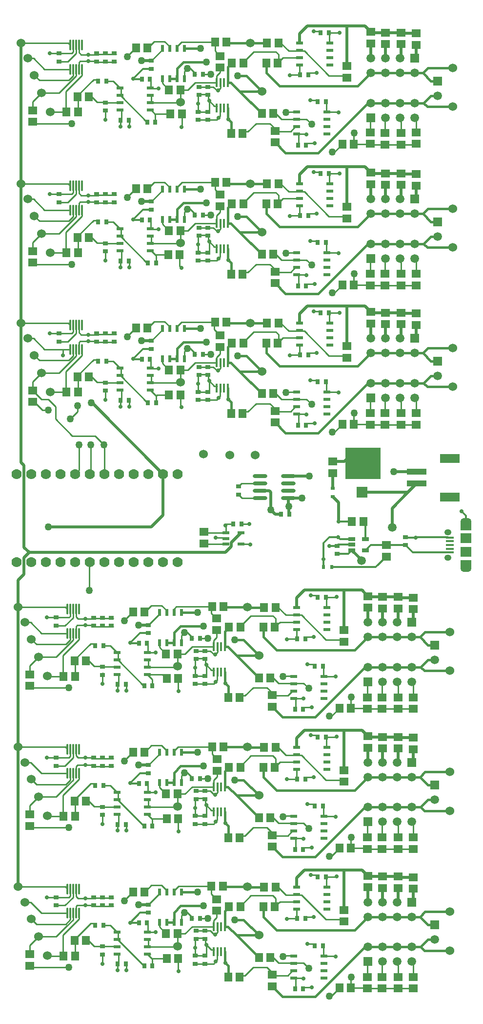
<source format=gtl>
G04 Layer_Physical_Order=1*
G04 Layer_Color=255*
%FSLAX43Y43*%
%MOMM*%
G71*
G01*
G75*
%ADD10R,0.800X0.900*%
%ADD11R,1.500X1.400*%
%ADD12R,1.400X1.500*%
%ADD13R,0.900X0.800*%
%ADD14R,0.600X0.800*%
%ADD15R,0.800X0.600*%
%ADD16R,1.220X0.620*%
%ADD17O,2.500X0.700*%
%ADD18R,1.350X0.400*%
%ADD19R,1.900X1.800*%
%ADD20R,1.300X0.700*%
%ADD21R,3.500X1.000*%
%ADD22R,3.400X1.500*%
G04:AMPARAMS|DCode=23|XSize=0.55mm|YSize=1.25mm|CornerRadius=0.05mm|HoleSize=0mm|Usage=FLASHONLY|Rotation=90.000|XOffset=0mm|YOffset=0mm|HoleType=Round|Shape=RoundedRectangle|*
%AMROUNDEDRECTD23*
21,1,0.550,1.151,0,0,90.0*
21,1,0.451,1.250,0,0,90.0*
1,1,0.099,0.576,0.226*
1,1,0.099,0.576,-0.226*
1,1,0.099,-0.576,-0.226*
1,1,0.099,-0.576,0.226*
%
%ADD23ROUNDEDRECTD23*%
%ADD24R,0.432X1.499*%
%ADD25O,0.300X2.000*%
G04:AMPARAMS|DCode=26|XSize=0.55mm|YSize=1.25mm|CornerRadius=0.05mm|HoleSize=0mm|Usage=FLASHONLY|Rotation=0.000|XOffset=0mm|YOffset=0mm|HoleType=Round|Shape=RoundedRectangle|*
%AMROUNDEDRECTD26*
21,1,0.550,1.151,0,0,0.0*
21,1,0.451,1.250,0,0,0.0*
1,1,0.099,0.226,-0.576*
1,1,0.099,-0.226,-0.576*
1,1,0.099,-0.226,0.576*
1,1,0.099,0.226,0.576*
%
%ADD26ROUNDEDRECTD26*%
%ADD27C,0.254*%
%ADD28C,0.500*%
%ADD29C,0.350*%
%ADD30C,0.381*%
%ADD31R,1.900X1.488*%
%ADD32R,6.096X5.461*%
%ADD33C,1.524*%
%ADD34C,1.500*%
%ADD35R,1.500X1.500*%
%ADD36C,1.778*%
%ADD37O,1.250X1.050*%
%ADD38O,1.900X1.225*%
%ADD39C,1.850*%
%ADD40R,1.850X1.850*%
%ADD41R,1.500X1.500*%
%ADD42C,0.700*%
%ADD43C,1.270*%
D10*
X45150Y38481D02*
D03*
X43750D02*
D03*
X45150Y62738D02*
D03*
X43750D02*
D03*
X45150Y86995D02*
D03*
X43750D02*
D03*
X45785Y136017D02*
D03*
X44385D02*
D03*
X45785Y160274D02*
D03*
X44385D02*
D03*
X45658Y184658D02*
D03*
X44258D02*
D03*
X68899Y116713D02*
D03*
X67499D02*
D03*
X59179Y115062D02*
D03*
X60579D02*
D03*
X69912Y34479D02*
D03*
X71312D02*
D03*
X70293Y46671D02*
D03*
X71693D02*
D03*
X75249Y53910D02*
D03*
X73849D02*
D03*
X39116Y38797D02*
D03*
X40516D02*
D03*
X44199Y45909D02*
D03*
X42799D02*
D03*
X35241Y45528D02*
D03*
X36641D02*
D03*
X69912Y58674D02*
D03*
X71312D02*
D03*
X70293Y70866D02*
D03*
X71693D02*
D03*
X75249Y78105D02*
D03*
X73849D02*
D03*
X39116Y62992D02*
D03*
X40516D02*
D03*
X44199Y70104D02*
D03*
X42799D02*
D03*
X35241Y69723D02*
D03*
X36641D02*
D03*
X69912Y82931D02*
D03*
X71312D02*
D03*
X70293Y95123D02*
D03*
X71693D02*
D03*
X75249Y102362D02*
D03*
X73849D02*
D03*
X39116Y87249D02*
D03*
X40516D02*
D03*
X44199Y94361D02*
D03*
X42799D02*
D03*
X35241Y93980D02*
D03*
X36641D02*
D03*
X70420Y132142D02*
D03*
X71820D02*
D03*
X70801Y144334D02*
D03*
X72201D02*
D03*
X75757Y151573D02*
D03*
X74357D02*
D03*
X39624Y136460D02*
D03*
X41024D02*
D03*
X44707Y143572D02*
D03*
X43307D02*
D03*
X35749Y143191D02*
D03*
X37149D02*
D03*
X70420Y156272D02*
D03*
X71820D02*
D03*
X70801Y168464D02*
D03*
X72201D02*
D03*
X75757Y175703D02*
D03*
X74357D02*
D03*
X39624Y160590D02*
D03*
X41024D02*
D03*
X44707Y167702D02*
D03*
X43307D02*
D03*
X35749Y167321D02*
D03*
X37149D02*
D03*
X70420Y180656D02*
D03*
X71820D02*
D03*
X75757Y200087D02*
D03*
X74357D02*
D03*
X70801Y192848D02*
D03*
X72201D02*
D03*
X44707Y192086D02*
D03*
X43307D02*
D03*
X39624Y184974D02*
D03*
X41024D02*
D03*
X35749Y191705D02*
D03*
X37149D02*
D03*
X75249Y188149D02*
D03*
X73849D02*
D03*
X74741Y41972D02*
D03*
X73341D02*
D03*
X74741Y66167D02*
D03*
X73341D02*
D03*
X74741Y90424D02*
D03*
X73341D02*
D03*
X75249Y139635D02*
D03*
X73849D02*
D03*
X75249Y163765D02*
D03*
X73849D02*
D03*
X52005Y46736D02*
D03*
X53405D02*
D03*
X52005Y70931D02*
D03*
X53405D02*
D03*
X52005Y95188D02*
D03*
X53405D02*
D03*
X52513Y144399D02*
D03*
X53913D02*
D03*
X52513Y168529D02*
D03*
X53913D02*
D03*
X52513Y192913D02*
D03*
X53913D02*
D03*
D11*
X56896Y194072D02*
D03*
Y196072D02*
D03*
Y170069D02*
D03*
Y172069D02*
D03*
Y145685D02*
D03*
Y147685D02*
D03*
X56261Y96663D02*
D03*
Y98663D02*
D03*
X56388Y72279D02*
D03*
Y74279D02*
D03*
X56261Y48022D02*
D03*
Y50022D02*
D03*
X85725Y111379D02*
D03*
Y109379D02*
D03*
X76454Y125841D02*
D03*
Y123841D02*
D03*
X54102Y111665D02*
D03*
Y113665D02*
D03*
X90424Y51832D02*
D03*
Y53832D02*
D03*
X87757Y51959D02*
D03*
Y53959D02*
D03*
X65913Y34941D02*
D03*
Y36941D02*
D03*
X85090Y51959D02*
D03*
Y53959D02*
D03*
X82550Y54086D02*
D03*
Y52086D02*
D03*
X90424Y76027D02*
D03*
Y78027D02*
D03*
X87757Y76154D02*
D03*
Y78154D02*
D03*
X65913Y59136D02*
D03*
Y61136D02*
D03*
X85090Y76154D02*
D03*
Y78154D02*
D03*
X82550Y78281D02*
D03*
Y76281D02*
D03*
X90424Y100284D02*
D03*
Y102284D02*
D03*
X87757Y100411D02*
D03*
Y102411D02*
D03*
X65913Y83393D02*
D03*
Y85393D02*
D03*
X85090Y100411D02*
D03*
Y102411D02*
D03*
X82550Y102538D02*
D03*
Y100538D02*
D03*
X90932Y149495D02*
D03*
Y151495D02*
D03*
X88265Y149622D02*
D03*
Y151622D02*
D03*
X66421Y132604D02*
D03*
Y134604D02*
D03*
X85598Y149622D02*
D03*
Y151622D02*
D03*
X83058Y151749D02*
D03*
Y149749D02*
D03*
X90932Y173625D02*
D03*
Y175625D02*
D03*
X88265Y173752D02*
D03*
Y175752D02*
D03*
X66421Y156734D02*
D03*
Y158734D02*
D03*
X85598Y173752D02*
D03*
Y175752D02*
D03*
X83058Y175879D02*
D03*
Y173879D02*
D03*
Y198263D02*
D03*
Y200263D02*
D03*
X85598Y198136D02*
D03*
Y200136D02*
D03*
X88265D02*
D03*
Y198136D02*
D03*
X90932Y200009D02*
D03*
Y198009D02*
D03*
X66421Y181118D02*
D03*
Y183118D02*
D03*
X82931Y182864D02*
D03*
Y180864D02*
D03*
X85471Y180737D02*
D03*
Y182737D02*
D03*
X88265Y180737D02*
D03*
Y182737D02*
D03*
X90932Y180864D02*
D03*
Y182864D02*
D03*
X78867Y192356D02*
D03*
Y194356D02*
D03*
X90424Y36560D02*
D03*
Y34560D02*
D03*
X87757Y36560D02*
D03*
Y34560D02*
D03*
X84963Y36560D02*
D03*
Y34560D02*
D03*
X82423D02*
D03*
Y36560D02*
D03*
X78359Y48179D02*
D03*
Y46179D02*
D03*
X90424Y60755D02*
D03*
Y58755D02*
D03*
X87757Y60755D02*
D03*
Y58755D02*
D03*
X84963Y60755D02*
D03*
Y58755D02*
D03*
X82423D02*
D03*
Y60755D02*
D03*
X78359Y72374D02*
D03*
Y70374D02*
D03*
X90424Y85012D02*
D03*
Y83012D02*
D03*
X87757Y85012D02*
D03*
Y83012D02*
D03*
X84963Y85012D02*
D03*
Y83012D02*
D03*
X82423D02*
D03*
Y85012D02*
D03*
X78359Y96631D02*
D03*
Y94631D02*
D03*
X90932Y134223D02*
D03*
Y132223D02*
D03*
X88265Y134223D02*
D03*
Y132223D02*
D03*
X85471Y134223D02*
D03*
Y132223D02*
D03*
X82931D02*
D03*
Y134223D02*
D03*
X78867Y145842D02*
D03*
Y143842D02*
D03*
X90932Y158353D02*
D03*
Y156353D02*
D03*
X88265Y158353D02*
D03*
Y156353D02*
D03*
X85471Y158353D02*
D03*
Y156353D02*
D03*
X82931D02*
D03*
Y158353D02*
D03*
X78867Y169972D02*
D03*
Y167972D02*
D03*
X24384Y160306D02*
D03*
Y162306D02*
D03*
Y136176D02*
D03*
Y138176D02*
D03*
X23876Y86965D02*
D03*
Y88965D02*
D03*
Y62708D02*
D03*
Y64708D02*
D03*
X23876Y38513D02*
D03*
Y40513D02*
D03*
X24384Y184690D02*
D03*
Y186690D02*
D03*
D12*
X47641Y39751D02*
D03*
X49641D02*
D03*
X81788Y115443D02*
D03*
X79788D02*
D03*
X60293Y36511D02*
D03*
X58293D02*
D03*
X33639Y42861D02*
D03*
X31639D02*
D03*
X31734Y40194D02*
D03*
X29734D02*
D03*
X60293Y60706D02*
D03*
X58293D02*
D03*
X47641Y64008D02*
D03*
X49641D02*
D03*
X33639Y67056D02*
D03*
X31639D02*
D03*
X31734Y64389D02*
D03*
X29734D02*
D03*
X60293Y84963D02*
D03*
X58293D02*
D03*
X47641Y88265D02*
D03*
X49641D02*
D03*
X33639Y91313D02*
D03*
X31639D02*
D03*
X31734Y88646D02*
D03*
X29734D02*
D03*
X60801Y134174D02*
D03*
X58801D02*
D03*
X48022Y137414D02*
D03*
X50022D02*
D03*
X34147Y140524D02*
D03*
X32147D02*
D03*
X32242Y137857D02*
D03*
X30242D02*
D03*
X60801Y158304D02*
D03*
X58801D02*
D03*
X47895Y161671D02*
D03*
X49895D02*
D03*
X34147Y164654D02*
D03*
X32147D02*
D03*
X32242Y161987D02*
D03*
X30242D02*
D03*
X60801Y182688D02*
D03*
X58801D02*
D03*
X48276Y186055D02*
D03*
X50276D02*
D03*
X32242Y186371D02*
D03*
X30242D02*
D03*
X34147Y189038D02*
D03*
X32147D02*
D03*
X78121Y180848D02*
D03*
X80121D02*
D03*
X66151Y186117D02*
D03*
X64151D02*
D03*
X64897Y194880D02*
D03*
X66897D02*
D03*
X60960D02*
D03*
X58960D02*
D03*
X67024Y198309D02*
D03*
X65024D02*
D03*
X65643Y39940D02*
D03*
X63643D02*
D03*
X79613Y34671D02*
D03*
X77613D02*
D03*
X60452Y48703D02*
D03*
X58452D02*
D03*
X66516Y52132D02*
D03*
X64516D02*
D03*
X65643Y64135D02*
D03*
X63643D02*
D03*
X79613Y58866D02*
D03*
X77613D02*
D03*
X60452Y72898D02*
D03*
X58452D02*
D03*
X64389D02*
D03*
X66389D02*
D03*
X66516Y76327D02*
D03*
X64516D02*
D03*
X65643Y88392D02*
D03*
X63643D02*
D03*
X79613Y83123D02*
D03*
X77613D02*
D03*
X60452Y97155D02*
D03*
X58452D02*
D03*
X64389D02*
D03*
X66389D02*
D03*
X66516Y100584D02*
D03*
X64516D02*
D03*
X66151Y137603D02*
D03*
X64151D02*
D03*
X80121Y132334D02*
D03*
X78121D02*
D03*
X60960Y146366D02*
D03*
X58960D02*
D03*
X64897D02*
D03*
X66897D02*
D03*
X67024Y149795D02*
D03*
X65024D02*
D03*
X66151Y161733D02*
D03*
X64151D02*
D03*
X80121Y156464D02*
D03*
X78121D02*
D03*
X60960Y170496D02*
D03*
X58960D02*
D03*
X64897D02*
D03*
X66897D02*
D03*
X67024Y173925D02*
D03*
X65024D02*
D03*
X64389Y48703D02*
D03*
X66389D02*
D03*
X41799Y51308D02*
D03*
X43799D02*
D03*
X55388Y52324D02*
D03*
X57388D02*
D03*
X49514Y44069D02*
D03*
X47514D02*
D03*
X49514Y68264D02*
D03*
X47514D02*
D03*
X41799Y75503D02*
D03*
X43799D02*
D03*
X55515Y76454D02*
D03*
X57515D02*
D03*
X49514Y92521D02*
D03*
X47514D02*
D03*
X41799Y99760D02*
D03*
X43799D02*
D03*
X55515Y100711D02*
D03*
X57515D02*
D03*
X50022Y141732D02*
D03*
X48022D02*
D03*
X42307Y148971D02*
D03*
X44307D02*
D03*
X56023Y149987D02*
D03*
X58023D02*
D03*
X50022Y165862D02*
D03*
X48022D02*
D03*
X42307Y173101D02*
D03*
X44307D02*
D03*
X56023Y174244D02*
D03*
X58023D02*
D03*
X50022Y190246D02*
D03*
X48022D02*
D03*
X42307Y197485D02*
D03*
X44307D02*
D03*
X56023Y198501D02*
D03*
X58023D02*
D03*
D13*
X77216Y109855D02*
D03*
Y111255D02*
D03*
X89027Y111376D02*
D03*
Y112776D02*
D03*
X60071Y121542D02*
D03*
Y120142D02*
D03*
X52705Y44577D02*
D03*
Y43177D02*
D03*
X54229Y44577D02*
D03*
Y43177D02*
D03*
X52578Y38859D02*
D03*
Y40259D02*
D03*
X54229Y38859D02*
D03*
Y40259D02*
D03*
X37989Y50363D02*
D03*
Y48963D02*
D03*
X36465Y50363D02*
D03*
Y48963D02*
D03*
X34941Y50363D02*
D03*
Y48963D02*
D03*
X28418Y48966D02*
D03*
Y50366D02*
D03*
X36449Y41848D02*
D03*
Y40448D02*
D03*
X52705Y68772D02*
D03*
Y67372D02*
D03*
X54229Y68772D02*
D03*
Y67372D02*
D03*
X52578Y63054D02*
D03*
Y64454D02*
D03*
X54229Y63054D02*
D03*
Y64454D02*
D03*
X37989Y74558D02*
D03*
Y73158D02*
D03*
X36465Y74558D02*
D03*
Y73158D02*
D03*
X34941Y74558D02*
D03*
Y73158D02*
D03*
X28418Y73161D02*
D03*
Y74561D02*
D03*
X36449Y66043D02*
D03*
Y64643D02*
D03*
X52705Y93029D02*
D03*
Y91629D02*
D03*
X54229Y93029D02*
D03*
Y91629D02*
D03*
X52578Y87311D02*
D03*
Y88711D02*
D03*
X54229Y87311D02*
D03*
Y88711D02*
D03*
X37989Y98815D02*
D03*
Y97415D02*
D03*
X36465Y98815D02*
D03*
Y97415D02*
D03*
X34941Y98815D02*
D03*
Y97415D02*
D03*
X28418Y97418D02*
D03*
Y98818D02*
D03*
X36449Y90300D02*
D03*
Y88900D02*
D03*
X53213Y142240D02*
D03*
Y140840D02*
D03*
X54737Y142240D02*
D03*
Y140840D02*
D03*
X53086Y136522D02*
D03*
Y137922D02*
D03*
X54737Y136522D02*
D03*
Y137922D02*
D03*
X38497Y148026D02*
D03*
Y146626D02*
D03*
X36973Y148026D02*
D03*
Y146626D02*
D03*
X35449Y148026D02*
D03*
Y146626D02*
D03*
X28926Y146629D02*
D03*
Y148029D02*
D03*
X36957Y139511D02*
D03*
Y138111D02*
D03*
X53213Y166370D02*
D03*
Y164970D02*
D03*
X54737Y166370D02*
D03*
Y164970D02*
D03*
X53086Y160652D02*
D03*
Y162052D02*
D03*
X54737Y160652D02*
D03*
Y162052D02*
D03*
X38497Y172156D02*
D03*
Y170756D02*
D03*
X36973Y172156D02*
D03*
Y170756D02*
D03*
X35449Y172156D02*
D03*
Y170756D02*
D03*
X28926Y170759D02*
D03*
Y172159D02*
D03*
X36957Y163641D02*
D03*
Y162241D02*
D03*
X54737Y190754D02*
D03*
Y189354D02*
D03*
X53213Y190754D02*
D03*
Y189354D02*
D03*
X53086Y185036D02*
D03*
Y186436D02*
D03*
X54737Y185036D02*
D03*
Y186436D02*
D03*
X36957Y188025D02*
D03*
Y186625D02*
D03*
X38497Y196540D02*
D03*
Y195140D02*
D03*
X36973Y196540D02*
D03*
Y195140D02*
D03*
X35449Y196540D02*
D03*
Y195140D02*
D03*
X28926Y195143D02*
D03*
Y196543D02*
D03*
X44450Y49087D02*
D03*
Y47687D02*
D03*
X44450Y73282D02*
D03*
Y71882D02*
D03*
Y97539D02*
D03*
Y96139D02*
D03*
X44958Y146750D02*
D03*
Y145350D02*
D03*
Y170880D02*
D03*
Y169480D02*
D03*
Y195264D02*
D03*
Y193864D02*
D03*
D14*
X74840Y107569D02*
D03*
X76290D02*
D03*
D15*
X76454Y119798D02*
D03*
Y121248D02*
D03*
D16*
X57872Y113472D02*
D03*
Y112522D02*
D03*
Y111572D02*
D03*
X60492D02*
D03*
Y113472D02*
D03*
D17*
X63844Y123317D02*
D03*
Y122047D02*
D03*
Y120777D02*
D03*
Y119507D02*
D03*
X68744Y123317D02*
D03*
Y122047D02*
D03*
Y120777D02*
D03*
Y119507D02*
D03*
D18*
X96768Y110086D02*
D03*
Y110736D02*
D03*
Y111386D02*
D03*
Y112036D02*
D03*
Y112686D02*
D03*
D19*
X99568Y112536D02*
D03*
Y110236D02*
D03*
D20*
X82156Y112390D02*
D03*
Y110490D02*
D03*
X79756D02*
D03*
Y111440D02*
D03*
Y112390D02*
D03*
D21*
X91038Y122063D02*
D03*
Y124063D02*
D03*
D22*
X96788Y119713D02*
D03*
Y126413D02*
D03*
D23*
X70146Y186371D02*
D03*
Y185101D02*
D03*
Y183831D02*
D03*
Y182561D02*
D03*
X75396Y186371D02*
D03*
Y185101D02*
D03*
Y183831D02*
D03*
Y182561D02*
D03*
X39539Y190516D02*
D03*
Y189246D02*
D03*
Y187976D02*
D03*
Y186706D02*
D03*
X44789Y190516D02*
D03*
Y189246D02*
D03*
Y187976D02*
D03*
Y186706D02*
D03*
X70654Y198309D02*
D03*
Y197039D02*
D03*
Y195769D02*
D03*
Y194499D02*
D03*
X75904Y198309D02*
D03*
Y197039D02*
D03*
Y195769D02*
D03*
Y194499D02*
D03*
X69638Y40194D02*
D03*
Y38924D02*
D03*
Y37654D02*
D03*
Y36384D02*
D03*
X74888Y40194D02*
D03*
Y38924D02*
D03*
Y37654D02*
D03*
Y36384D02*
D03*
X39031Y44339D02*
D03*
Y43069D02*
D03*
Y41799D02*
D03*
Y40529D02*
D03*
X44281Y44339D02*
D03*
Y43069D02*
D03*
Y41799D02*
D03*
Y40529D02*
D03*
X70146Y52132D02*
D03*
Y50862D02*
D03*
Y49592D02*
D03*
Y48322D02*
D03*
X75396Y52132D02*
D03*
Y50862D02*
D03*
Y49592D02*
D03*
Y48322D02*
D03*
X69638Y64389D02*
D03*
Y63119D02*
D03*
Y61849D02*
D03*
Y60579D02*
D03*
X74888Y64389D02*
D03*
Y63119D02*
D03*
Y61849D02*
D03*
Y60579D02*
D03*
X39031Y68534D02*
D03*
Y67264D02*
D03*
Y65994D02*
D03*
Y64724D02*
D03*
X44281Y68534D02*
D03*
Y67264D02*
D03*
Y65994D02*
D03*
Y64724D02*
D03*
X70146Y76327D02*
D03*
Y75057D02*
D03*
Y73787D02*
D03*
Y72517D02*
D03*
X75396Y76327D02*
D03*
Y75057D02*
D03*
Y73787D02*
D03*
Y72517D02*
D03*
X69638Y88646D02*
D03*
Y87376D02*
D03*
Y86106D02*
D03*
Y84836D02*
D03*
X74888Y88646D02*
D03*
Y87376D02*
D03*
Y86106D02*
D03*
Y84836D02*
D03*
X39031Y92791D02*
D03*
Y91521D02*
D03*
Y90251D02*
D03*
Y88981D02*
D03*
X44281Y92791D02*
D03*
Y91521D02*
D03*
Y90251D02*
D03*
Y88981D02*
D03*
X70146Y100584D02*
D03*
Y99314D02*
D03*
Y98044D02*
D03*
Y96774D02*
D03*
X75396Y100584D02*
D03*
Y99314D02*
D03*
Y98044D02*
D03*
Y96774D02*
D03*
X70146Y137857D02*
D03*
Y136587D02*
D03*
Y135317D02*
D03*
Y134047D02*
D03*
X75396Y137857D02*
D03*
Y136587D02*
D03*
Y135317D02*
D03*
Y134047D02*
D03*
X39539Y142002D02*
D03*
Y140732D02*
D03*
Y139462D02*
D03*
Y138192D02*
D03*
X44789Y142002D02*
D03*
Y140732D02*
D03*
Y139462D02*
D03*
Y138192D02*
D03*
X70654Y149795D02*
D03*
Y148525D02*
D03*
Y147255D02*
D03*
Y145985D02*
D03*
X75904Y149795D02*
D03*
Y148525D02*
D03*
Y147255D02*
D03*
Y145985D02*
D03*
X70146Y161987D02*
D03*
Y160717D02*
D03*
Y159447D02*
D03*
Y158177D02*
D03*
X75396Y161987D02*
D03*
Y160717D02*
D03*
Y159447D02*
D03*
Y158177D02*
D03*
X39539Y166132D02*
D03*
Y164862D02*
D03*
Y163592D02*
D03*
Y162322D02*
D03*
X44789Y166132D02*
D03*
Y164862D02*
D03*
Y163592D02*
D03*
Y162322D02*
D03*
X70654Y173925D02*
D03*
Y172655D02*
D03*
Y171385D02*
D03*
Y170115D02*
D03*
X75904Y173925D02*
D03*
Y172655D02*
D03*
Y171385D02*
D03*
Y170115D02*
D03*
D24*
X56312Y191476D02*
D03*
X56947D02*
D03*
X57607D02*
D03*
X58242D02*
D03*
Y187108D02*
D03*
X57607D02*
D03*
X56947D02*
D03*
X56312D02*
D03*
X55804Y45299D02*
D03*
X56439D02*
D03*
X57099D02*
D03*
X57734D02*
D03*
Y40931D02*
D03*
X57099D02*
D03*
X56439D02*
D03*
X55804D02*
D03*
X55804Y69494D02*
D03*
X56439D02*
D03*
X57099D02*
D03*
X57734D02*
D03*
Y65126D02*
D03*
X57099D02*
D03*
X56439D02*
D03*
X55804D02*
D03*
Y93751D02*
D03*
X56439D02*
D03*
X57099D02*
D03*
X57734D02*
D03*
Y89383D02*
D03*
X57099D02*
D03*
X56439D02*
D03*
X55804D02*
D03*
X56312Y142962D02*
D03*
X56947D02*
D03*
X57607D02*
D03*
X58242D02*
D03*
Y138594D02*
D03*
X57607D02*
D03*
X56947D02*
D03*
X56312D02*
D03*
Y167092D02*
D03*
X56947D02*
D03*
X57607D02*
D03*
X58242D02*
D03*
Y162724D02*
D03*
X57607D02*
D03*
X56947D02*
D03*
X56312D02*
D03*
D25*
X30893Y193802D02*
D03*
X31393D02*
D03*
X31893D02*
D03*
X32393D02*
D03*
X32893D02*
D03*
X30893Y198002D02*
D03*
X31393D02*
D03*
X31893D02*
D03*
X32393D02*
D03*
X32893D02*
D03*
X30385Y47625D02*
D03*
X30885D02*
D03*
X31385D02*
D03*
X31885D02*
D03*
X32385D02*
D03*
X30385Y51825D02*
D03*
X30885D02*
D03*
X31385D02*
D03*
X31885D02*
D03*
X32385D02*
D03*
X30385Y71820D02*
D03*
X30885D02*
D03*
X31385D02*
D03*
X31885D02*
D03*
X32385D02*
D03*
X30385Y76020D02*
D03*
X30885D02*
D03*
X31385D02*
D03*
X31885D02*
D03*
X32385D02*
D03*
X30385Y96077D02*
D03*
X30885D02*
D03*
X31385D02*
D03*
X31885D02*
D03*
X32385D02*
D03*
X30385Y100277D02*
D03*
X30885D02*
D03*
X31385D02*
D03*
X31885D02*
D03*
X32385D02*
D03*
X30893Y145288D02*
D03*
X31393D02*
D03*
X31893D02*
D03*
X32393D02*
D03*
X32893D02*
D03*
X30893Y149488D02*
D03*
X31393D02*
D03*
X31893D02*
D03*
X32393D02*
D03*
X32893D02*
D03*
X30893Y169418D02*
D03*
X31393D02*
D03*
X31893D02*
D03*
X32393D02*
D03*
X32893D02*
D03*
X30893Y173618D02*
D03*
X31393D02*
D03*
X31893D02*
D03*
X32393D02*
D03*
X32893D02*
D03*
D26*
X50165Y75461D02*
D03*
X48895D02*
D03*
X47625D02*
D03*
X46355D02*
D03*
X50165Y70211D02*
D03*
X48895D02*
D03*
X47625D02*
D03*
X46355D02*
D03*
X50165Y99718D02*
D03*
X48895D02*
D03*
X47625D02*
D03*
X46355D02*
D03*
X50165Y94468D02*
D03*
X48895D02*
D03*
X47625D02*
D03*
X46355D02*
D03*
X50673Y148929D02*
D03*
X49403D02*
D03*
X48133D02*
D03*
X46863D02*
D03*
X50673Y143679D02*
D03*
X49403D02*
D03*
X48133D02*
D03*
X46863D02*
D03*
X50673Y173059D02*
D03*
X49403D02*
D03*
X48133D02*
D03*
X46863D02*
D03*
X50673Y167809D02*
D03*
X49403D02*
D03*
X48133D02*
D03*
X46863D02*
D03*
X50673Y197443D02*
D03*
X49403D02*
D03*
X48133D02*
D03*
X46863D02*
D03*
X50673Y192193D02*
D03*
X49403D02*
D03*
X48133D02*
D03*
X46863D02*
D03*
X50165Y51266D02*
D03*
X48895D02*
D03*
X47625D02*
D03*
X46355D02*
D03*
X50165Y46016D02*
D03*
X48895D02*
D03*
X47625D02*
D03*
X46355D02*
D03*
D27*
X33766Y43180D02*
X35036Y41910D01*
X34274Y164973D02*
X35544Y163703D01*
X34941Y143510D02*
X35876D01*
X32274Y138271D02*
Y140843D01*
X39666Y140674D02*
Y141986D01*
X33766Y67375D02*
X35036Y66105D01*
X39158Y43011D02*
Y44323D01*
X34941Y192024D02*
X35876D01*
X32274Y186785D02*
Y189357D01*
X39666Y189188D02*
Y190500D01*
X34433Y94299D02*
X35368D01*
X31766Y89060D02*
Y91632D01*
X34433Y45847D02*
X35368D01*
X31766Y40608D02*
Y43180D01*
X39158Y67206D02*
Y68518D01*
Y67206D02*
X43688Y62676D01*
X34274Y140843D02*
X35544Y139573D01*
X73152Y200406D02*
X74484D01*
X72517Y188468D02*
X73976D01*
X73152Y176022D02*
X74484D01*
X72517Y164084D02*
X73976D01*
X73152Y151892D02*
X74484D01*
X72517Y139954D02*
X73976D01*
X55905Y187427D02*
X56388D01*
X54864Y188468D02*
Y189484D01*
Y164084D02*
Y165100D01*
X53529Y189484D02*
X54864D01*
X53529Y165100D02*
X54864D01*
X55905Y163043D02*
X56388D01*
X54864Y139954D02*
Y140970D01*
X55905Y138913D02*
X56388D01*
X53529Y140970D02*
X54864D01*
X72644Y102681D02*
X73976D01*
X72009Y90743D02*
X73468D01*
X72644Y78424D02*
X73976D01*
X72009Y66486D02*
X73468D01*
X72644Y54229D02*
X73976D01*
X72009Y42291D02*
X73468D01*
X55397Y89702D02*
X55880D01*
X54356Y90743D02*
Y91759D01*
X53021D02*
X54356D01*
X55397Y65445D02*
X55880D01*
X54356Y66486D02*
Y67502D01*
X55397Y41250D02*
X55880D01*
X54356Y42291D02*
Y43307D01*
X53021Y67502D02*
X54356D01*
X53021Y43307D02*
X54356D01*
X35768Y195013D02*
X38816D01*
X41151Y183899D02*
Y185293D01*
X35768Y170629D02*
X38816D01*
X41151Y159515D02*
Y160909D01*
X35768Y146499D02*
X38816D01*
X41151Y135385D02*
Y136779D01*
X34006Y195208D02*
X35573D01*
X36957Y185039D02*
Y186817D01*
Y160655D02*
Y162433D01*
X34006Y170824D02*
X35573D01*
X34006Y146694D02*
X35573D01*
X36957Y136525D02*
Y138303D01*
X40643Y86174D02*
Y87568D01*
Y61917D02*
Y63311D01*
X40643Y37722D02*
Y39116D01*
X35260Y97288D02*
X38308D01*
X33498Y97483D02*
X35065D01*
X36449Y87314D02*
Y89092D01*
X33528Y73279D02*
X35012D01*
X35260Y73031D02*
X38308D01*
X36449Y63057D02*
Y64835D01*
X35012Y73279D02*
X35260Y73031D01*
X33498Y49031D02*
X35065D01*
X35260Y48836D02*
X38308D01*
X36449Y38862D02*
Y40640D01*
X39158Y91463D02*
Y92775D01*
Y91463D02*
X43688Y86933D01*
X34433Y70042D02*
X35368D01*
X31766Y64803D02*
Y67375D01*
X34941Y167640D02*
X35876D01*
X32274Y162401D02*
Y164973D01*
X34274Y189357D02*
X35544Y188087D01*
X39666Y164804D02*
Y166116D01*
X33766Y91632D02*
X35036Y90362D01*
X50276Y183880D02*
Y186055D01*
X49641Y37608D02*
X49657Y37592D01*
X49641Y37608D02*
Y39751D01*
X45059D02*
X45150Y39660D01*
Y38481D02*
Y39660D01*
X44281Y40529D02*
X45059Y39751D01*
X47641D01*
X56261Y46863D02*
Y48022D01*
X55804Y46406D02*
X56261Y46863D01*
X55804Y45299D02*
Y46406D01*
X55388Y50911D02*
Y52324D01*
Y50911D02*
X56261Y50038D01*
Y50022D02*
Y50038D01*
X48895Y51562D02*
X49657Y52324D01*
X55388D01*
X49641Y61803D02*
X49657Y61787D01*
X49641Y61803D02*
Y64008D01*
X45150Y63855D02*
X45303Y64008D01*
X47641D01*
X44281Y64724D02*
X45150Y63855D01*
Y62738D02*
Y63855D01*
X56388Y71247D02*
Y72279D01*
X55804Y70663D02*
X56388Y71247D01*
X55804Y69494D02*
Y70663D01*
X55515Y75152D02*
Y76454D01*
Y75152D02*
X56388Y74279D01*
X48895Y75757D02*
X49592Y76454D01*
X55515D01*
X49641Y86060D02*
X49657Y86044D01*
X49641Y86060D02*
Y88265D01*
X44281Y88981D02*
X45150Y88112D01*
Y86995D02*
Y88112D01*
X44281Y88981D02*
X46925D01*
X47641Y88265D01*
X56261Y95377D02*
Y96663D01*
X55804Y94920D02*
X56261Y95377D01*
X55804Y93751D02*
Y94920D01*
X55356Y100552D02*
X55515Y100711D01*
X55356Y99568D02*
Y100552D01*
Y99568D02*
X56261Y98663D01*
X48895Y100014D02*
Y100330D01*
X49276Y100711D01*
X55515D01*
X45785Y137196D02*
X46003Y137414D01*
X48022D01*
X50022D02*
Y137795D01*
Y135398D02*
Y137414D01*
Y135398D02*
X50165Y135255D01*
X44789Y138192D02*
X45785Y137196D01*
Y136017D02*
Y137196D01*
X56896Y144526D02*
Y145685D01*
X56312Y143942D02*
X56896Y144526D01*
X56312Y142962D02*
Y143942D01*
X55880Y149844D02*
X56023Y149987D01*
X55880Y148701D02*
Y149844D01*
Y148701D02*
X56896Y147685D01*
X49403Y148929D02*
Y149225D01*
X50165Y149987D01*
X56023D01*
X49895Y159655D02*
X50165Y159385D01*
X49895Y159655D02*
Y161671D01*
X45609D02*
X45785Y161495D01*
Y160274D02*
Y161495D01*
X44958Y162322D02*
X45609Y161671D01*
X47895D01*
X56896Y169037D02*
Y170069D01*
X56312Y168453D02*
X56896Y169037D01*
X56312Y167092D02*
Y168453D01*
X56023Y172958D02*
Y174244D01*
Y172958D02*
X56896Y172085D01*
Y172069D02*
Y172085D01*
X49403Y173355D02*
X50292Y174244D01*
X56023D01*
X82931Y180737D02*
X85471D01*
X88265D02*
X90932D01*
X82820Y180848D02*
X82931Y180737D01*
X90932Y182864D02*
Y185166D01*
Y182737D02*
Y182864D01*
X82931D02*
Y185293D01*
Y182737D02*
Y182864D01*
X50165Y183769D02*
X50276Y183880D01*
X45658Y186006D02*
X45707Y186055D01*
X48276D01*
X44958Y186706D02*
X45658Y186006D01*
Y184658D02*
Y186006D01*
X56896Y193294D02*
Y194072D01*
X56312Y192710D02*
X56896Y193294D01*
X56312Y191476D02*
Y192710D01*
X56023Y196945D02*
X56896Y196072D01*
X56023Y196945D02*
Y198501D01*
X49403Y197739D02*
X50165Y198501D01*
X56023D01*
X21844Y52197D02*
X30013D01*
X36449Y40640D02*
X36576Y40767D01*
X35036Y41910D02*
X36319D01*
X36449Y41848D02*
X38982D01*
X39031Y41799D01*
X37842Y45528D02*
X39031Y44339D01*
X36641Y45528D02*
X37842D01*
X31766Y43180D02*
X34433Y45847D01*
X30642Y50366D02*
X30885Y50609D01*
X26871Y50366D02*
X28418D01*
X30642D01*
X30885Y50609D02*
Y51825D01*
X28418Y48966D02*
X30004D01*
X31385Y50347D01*
Y51825D01*
X44199Y45909D02*
X44326D01*
X40640Y37719D02*
X40643Y37722D01*
X39116Y37719D02*
Y38797D01*
X72644Y54229D02*
X72644Y54229D01*
X75249Y53910D02*
X75376D01*
X77024D02*
X77089Y53975D01*
X75376Y53910D02*
X77024D01*
X71820Y46990D02*
X73152D01*
X73152Y46990D01*
X68453Y46609D02*
X68515Y46671D01*
X70146Y46818D02*
Y48322D01*
X68515Y46671D02*
X70293D01*
X70146Y46818D02*
X70293Y46671D01*
X72009Y42291D02*
X72009Y42291D01*
X74868Y40214D02*
X74888Y40194D01*
X71439Y34798D02*
X72771D01*
X72771Y34798D01*
X69638Y36384D02*
X70039D01*
X31885Y47625D02*
Y48815D01*
X32101Y49031D01*
X33498D01*
X35065D02*
X35260Y48836D01*
X32228Y50174D02*
X33498D01*
X31885Y50517D02*
X32228Y50174D01*
X31885Y50517D02*
Y51825D01*
X35198Y50174D02*
X35260Y50236D01*
X52864Y40418D02*
X53024Y40259D01*
X54037D01*
X54229D02*
X54483Y40513D01*
X54356Y42291D02*
X54483Y42164D01*
Y40513D02*
Y42164D01*
X55397Y41250D01*
X52578Y38859D02*
X53024D01*
X55753Y38862D02*
X56134Y39243D01*
X56388Y39497D01*
X52578Y40259D02*
Y41656D01*
Y43050D02*
X52705Y43177D01*
X52578Y41656D02*
Y43050D01*
X53021Y38862D02*
X53024Y38859D01*
X53151Y44577D02*
X53151Y44577D01*
X52705Y44577D02*
X53151D01*
X55205Y44577D02*
X55840Y43942D01*
X56007D01*
X56439Y44374D01*
Y45299D01*
X70993Y50800D02*
X75295Y46498D01*
X26924Y40259D02*
X26989Y40194D01*
X29734D01*
X29591Y40337D02*
Y43815D01*
Y40337D02*
X29734Y40194D01*
X29591Y43815D02*
X32385Y46609D01*
Y47625D01*
X31766Y40608D02*
X31861Y40513D01*
X39158Y43011D02*
X43688Y38481D01*
X44281Y40529D02*
X44727D01*
X60579Y49022D02*
X62230Y50673D01*
X66040D01*
X66516Y49022D02*
Y50197D01*
X66040Y50673D02*
X66516Y50197D01*
X66389Y48703D02*
X67278Y49592D01*
X70146D01*
X60420Y36830D02*
X61214D01*
X62611Y38227D02*
X65024D01*
X61214Y36830D02*
X62611Y38227D01*
X65024D02*
X65754Y37497D01*
X68622Y36830D02*
X69446Y37654D01*
X69638D01*
X25400Y43561D02*
X28448D01*
X30228Y45341D02*
X30256D01*
X28448Y43561D02*
X30228Y45341D01*
X30256D02*
X31385Y46470D01*
Y47625D01*
X24130Y46609D02*
X25019Y45720D01*
X30099D01*
X30885Y46506D01*
Y47625D01*
X24003Y49530D02*
X25908Y47625D01*
X22987Y49530D02*
X24003D01*
X25908Y47625D02*
X30385D01*
X30013Y52197D02*
X30385Y51825D01*
X44727Y40529D02*
X44775Y40481D01*
X44408Y41910D02*
Y43053D01*
X74888Y40194D02*
X76900D01*
X76962Y40132D01*
X70039Y36384D02*
X71312D01*
X71374Y36322D01*
X57872Y113472D02*
Y114721D01*
X57785Y114808D02*
X57872Y114721D01*
X57745Y112649D02*
X57872Y112522D01*
X56134Y112649D02*
X57745D01*
X54295Y113472D02*
X57872D01*
X54102Y113665D02*
X54295Y113472D01*
X54195Y111572D02*
X57872D01*
X54102Y111665D02*
X54195Y111572D01*
X60492D02*
X62037D01*
X62103Y111506D01*
X58039Y115062D02*
X59179D01*
X57785Y114808D02*
X58039Y115062D01*
X60579D02*
X61976D01*
X60576Y122047D02*
X63844D01*
X60071Y121542D02*
X60576Y122047D01*
X60706Y119507D02*
X63844D01*
X60071Y120142D02*
X60706Y119507D01*
X36703Y128778D02*
X36830Y128651D01*
Y123698D02*
Y128651D01*
X34417Y123825D02*
Y128778D01*
X34290Y123698D02*
X34417Y123825D01*
X32131Y134493D02*
Y135509D01*
X30861Y133223D02*
X32131Y134493D01*
X32385Y124333D02*
Y128778D01*
X31750Y123698D02*
X32385Y124333D01*
X34163Y103505D02*
Y108331D01*
X34290Y108458D01*
X90805Y112649D02*
X90865Y112709D01*
X23876Y40513D02*
Y42037D01*
X25400Y43561D01*
X23876Y38513D02*
X24162Y38227D01*
X30607D01*
X82423Y36560D02*
Y39116D01*
X82550Y39243D01*
X84963Y36560D02*
Y39116D01*
X87757Y36560D02*
Y39116D01*
X87630Y39243D02*
X87757Y39116D01*
X90424Y36560D02*
Y38989D01*
X90170Y39243D02*
X90424Y38989D01*
X87757Y34560D02*
X90424D01*
X84963D02*
X87757D01*
X82423D02*
X84963D01*
X69573Y40259D02*
X69638Y40194D01*
X79613Y34671D02*
X82312D01*
X82423Y34560D01*
X79613Y34671D02*
Y36560D01*
X79629Y36576D01*
X67818Y40132D02*
X67945Y40259D01*
X69573D01*
X71374Y38989D02*
X72263Y38100D01*
X76216Y33274D02*
X77613Y34671D01*
X75819Y33274D02*
X76216D01*
X35179Y130302D02*
X36703Y128778D01*
X44297Y44323D02*
X45720D01*
X44281Y44339D02*
X44297Y44323D01*
X44281Y41799D02*
X49419D01*
X49530Y41910D01*
Y44053D01*
X49514Y44069D02*
X49530Y44053D01*
X46355Y50992D02*
Y51266D01*
X44450Y49087D02*
X46355Y50992D01*
Y45228D02*
Y46016D01*
Y45228D02*
X47514Y44069D01*
X48895Y51266D02*
Y51562D01*
X43799Y51308D02*
X43815D01*
X44958Y52451D01*
X46736D01*
X47625Y51562D01*
Y51266D02*
Y51562D01*
X49514Y44069D02*
X50800D01*
X52030Y45299D01*
X55804D01*
X50165Y46016D02*
Y47244D01*
X50673Y47752D01*
X51243D01*
X53405Y46736D02*
X54737D01*
X75295Y46498D02*
X78486D01*
X66643Y52451D02*
X68294Y50800D01*
X70993D01*
X65770Y40259D02*
X67040Y38989D01*
X71374D01*
X65754Y36830D02*
X68622D01*
X65754D02*
Y37497D01*
X48895Y75461D02*
Y75757D01*
X43799Y75503D02*
X43815D01*
X44958Y76646D01*
X47625Y75461D02*
Y75757D01*
X44958Y76646D02*
X46736D01*
X47625Y75757D01*
X44450Y73282D02*
X46355Y75187D01*
Y75461D01*
X50165Y70211D02*
Y71439D01*
X50673Y71947D02*
X51243D01*
X50165Y71439D02*
X50673Y71947D01*
X46355Y69423D02*
X47514Y68264D01*
X46355Y69423D02*
Y70211D01*
X49514Y68264D02*
X49530Y68248D01*
X49514Y68264D02*
X50800D01*
X49530Y66105D02*
Y68248D01*
X50800Y68264D02*
X52030Y69494D01*
X55804D01*
X53405Y70931D02*
X54737D01*
X60579Y73217D02*
X62230Y74868D01*
X66040D01*
X66516Y73217D02*
Y74392D01*
X66389Y72898D02*
X67278Y73787D01*
X66040Y74868D02*
X66516Y74392D01*
X67278Y73787D02*
X70146D01*
X23876Y62708D02*
X24162Y62422D01*
X30607D01*
X23876Y64708D02*
Y66232D01*
X25400Y67756D01*
X79613Y58866D02*
Y60755D01*
X67945Y64454D02*
X69573D01*
X67818Y64327D02*
X67945Y64454D01*
X69573D02*
X69638Y64389D01*
X79613Y60755D02*
X79629Y60771D01*
X71374Y63184D02*
X72263Y62295D01*
X75819Y57469D02*
X76216D01*
X77613Y58866D01*
X68622Y61025D02*
X69446Y61849D01*
X69638D01*
X70039Y60579D02*
X71312D01*
X69638D02*
X70039D01*
X71312D02*
X71374Y60517D01*
X74868Y64409D02*
X74888Y64389D01*
X76900D01*
X76962Y64327D01*
X53151Y68772D02*
X53151Y68772D01*
X52705Y68772D02*
X53151D01*
X55205Y68772D02*
X55840Y68137D01*
X56007D01*
X56439Y68569D01*
Y69494D01*
X52578Y63054D02*
X53024D01*
X55753Y63057D02*
X56134Y63438D01*
X56388Y63692D01*
X54229Y64454D02*
X54483Y64708D01*
X54356Y66486D02*
X54483Y66359D01*
Y64708D02*
Y66359D01*
X55397Y65445D01*
X37842Y69723D02*
X39031Y68534D01*
X36641Y69723D02*
X37842D01*
X36449Y66043D02*
X38982D01*
X39031Y65994D01*
X44281Y68534D02*
X44297Y68518D01*
X45720D01*
X44199Y70104D02*
X44326D01*
X44408Y66105D02*
Y67248D01*
X44281Y65994D02*
X49419D01*
X49530Y66105D01*
X44727Y64724D02*
X44775Y64676D01*
X44281Y64724D02*
X44727D01*
X70993Y74995D02*
X75295Y70693D01*
X70146Y71013D02*
Y72517D01*
X75249Y78105D02*
X75376D01*
X24003Y73725D02*
X25908Y71820D01*
X22987Y73725D02*
X24003D01*
X25908Y71820D02*
X30385D01*
X24130Y70804D02*
X25019Y69915D01*
X30099D01*
X30885Y70701D01*
Y71820D01*
X25400Y67756D02*
X28448D01*
X30228Y69536D01*
X30256D01*
X31385Y70665D01*
Y71820D01*
X31885D02*
Y73010D01*
X29591Y64532D02*
Y68010D01*
X32385Y70804D01*
Y71820D01*
X21844Y76392D02*
X30013D01*
X30385Y76020D01*
X28418Y74561D02*
X30642D01*
X30885Y74804D01*
Y76020D01*
X28418Y73161D02*
X30004D01*
X31385Y74542D01*
Y76020D01*
X26924Y64454D02*
X26989Y64389D01*
X29734D01*
X82423Y60755D02*
Y63311D01*
X82550Y63438D01*
X82312Y58866D02*
X82423Y58755D01*
X79613Y58866D02*
X82312D01*
X82423Y58755D02*
X84963D01*
Y60755D02*
Y63311D01*
Y58755D02*
X87757D01*
Y60755D02*
Y63311D01*
X87630Y63438D02*
X87757Y63311D01*
Y58755D02*
X90424D01*
Y60755D02*
Y63184D01*
X90170Y63438D02*
X90424Y63184D01*
X60420Y61025D02*
X61214D01*
X62611Y62422D01*
X65024D02*
X65754Y61692D01*
X62611Y62422D02*
X65024D01*
X35036Y66105D02*
X36319D01*
X31766Y64803D02*
X31861Y64708D01*
X31766Y67375D02*
X34433Y70042D01*
X29591Y64532D02*
X29734Y64389D01*
X52578Y64454D02*
Y65851D01*
Y67245D01*
X52705Y67372D01*
X53021Y63057D02*
X53024Y63054D01*
X52864Y64614D02*
X53024Y64454D01*
X54037D01*
X35198Y74369D02*
X35260Y74431D01*
X71439Y58993D02*
X72771D01*
X72771Y58993D01*
X72009Y66486D02*
X72009Y66486D01*
X68453Y70804D02*
X68515Y70866D01*
X70293D01*
X70146Y71013D02*
X70293Y70866D01*
X71820Y71185D02*
X73152D01*
X73152Y71185D01*
X75376Y78105D02*
X77024D01*
X77089Y78170D01*
X72644Y78424D02*
X72644Y78424D01*
X39116Y61914D02*
Y62992D01*
X40640Y61914D02*
X40643Y61917D01*
X26871Y74561D02*
X28418D01*
X36449Y64835D02*
X36576Y64962D01*
X43799Y99760D02*
X43815D01*
X44958Y100903D01*
X47625Y99718D02*
Y100014D01*
X44958Y100903D02*
X46736D01*
X47625Y100014D01*
X44450Y97539D02*
X46355Y99444D01*
Y99718D01*
X50165Y94468D02*
Y95696D01*
X50673Y96204D02*
X51243D01*
X50165Y95696D02*
X50673Y96204D01*
X46355Y93680D02*
X47514Y92521D01*
X46355Y93680D02*
Y94468D01*
X49514Y92521D02*
X49530Y92505D01*
X49514Y92521D02*
X50800D01*
X49530Y90362D02*
Y92505D01*
X50800Y92521D02*
X52030Y93751D01*
X55804D01*
X53405Y95188D02*
X54737D01*
X60579Y97474D02*
X62230Y99125D01*
X66040D01*
X66516Y97474D02*
Y98649D01*
X66389Y97155D02*
X67278Y98044D01*
X66040Y99125D02*
X66516Y98649D01*
X67278Y98044D02*
X70146D01*
X23876Y86965D02*
X24162Y86679D01*
X30607D01*
X23876Y88965D02*
Y90489D01*
X25400Y92013D01*
X79613Y83123D02*
Y85012D01*
X67945Y88711D02*
X69573D01*
X67818Y88584D02*
X67945Y88711D01*
X69573D02*
X69638Y88646D01*
X79613Y85012D02*
X79629Y85028D01*
X71374Y87441D02*
X72263Y86552D01*
X75819Y81726D02*
X76216D01*
X77613Y83123D01*
X68622Y85282D02*
X69446Y86106D01*
X69638D01*
X70039Y84836D02*
X71312D01*
X69638D02*
X70039D01*
X71312D02*
X71374Y84774D01*
X74868Y88666D02*
X74888Y88646D01*
X76900D01*
X76962Y88584D01*
X53151Y93029D02*
X53151Y93029D01*
X52705Y93029D02*
X53151D01*
X55205Y93029D02*
X55840Y92394D01*
X56007D01*
X56439Y92826D01*
Y93751D01*
X52578Y87311D02*
X53024D01*
X55753Y87314D02*
X56134Y87695D01*
X56388Y87949D01*
X54229Y88711D02*
X54483Y88965D01*
X54356Y90743D02*
X54483Y90616D01*
Y88965D02*
Y90616D01*
X55397Y89702D01*
X37842Y93980D02*
X39031Y92791D01*
X36641Y93980D02*
X37842D01*
X36449Y90300D02*
X38982D01*
X39031Y90251D01*
X44281Y92791D02*
X44297Y92775D01*
X45720D01*
X44199Y94361D02*
X44326D01*
X44408Y90362D02*
Y91505D01*
X44281Y90251D02*
X49419D01*
X49530Y90362D01*
X70993Y99252D02*
X75295Y94950D01*
X70146Y95270D02*
Y96774D01*
X75249Y102362D02*
X75376D01*
X24003Y97982D02*
X25908Y96077D01*
X22987Y97982D02*
X24003D01*
X25908Y96077D02*
X30385D01*
X24130Y95061D02*
X25019Y94172D01*
X30099D01*
X30885Y94958D01*
Y96077D01*
X25400Y92013D02*
X28448D01*
X30228Y93793D01*
X30256D01*
X31385Y94922D01*
Y96077D01*
X31885Y97267D02*
X32101Y97483D01*
X31885Y96077D02*
Y97267D01*
X32101Y97483D02*
X33498D01*
X29591Y88789D02*
Y92267D01*
X32385Y95061D01*
Y96077D01*
X21844Y100649D02*
X30013D01*
X30385Y100277D01*
X28418Y98818D02*
X30642D01*
X30885Y99061D01*
Y100277D01*
X28418Y97418D02*
X30004D01*
X31385Y98799D01*
Y100277D01*
X31885Y98969D02*
X32228Y98626D01*
X33498D01*
X31885Y98969D02*
Y100277D01*
X26924Y88711D02*
X26989Y88646D01*
X29734D01*
X82423Y85012D02*
Y87568D01*
X82550Y87695D01*
X82312Y83123D02*
X82423Y83012D01*
X79613Y83123D02*
X82312D01*
X82423Y83012D02*
X84963D01*
Y85012D02*
Y87568D01*
Y83012D02*
X87757D01*
Y85012D02*
Y87568D01*
X87630Y87695D02*
X87757Y87568D01*
Y83012D02*
X90424D01*
Y85012D02*
Y87441D01*
X90170Y87695D02*
X90424Y87441D01*
X60420Y85282D02*
X61214D01*
X62611Y86679D01*
X65024D02*
X65754Y85949D01*
X62611Y86679D02*
X65024D01*
X35036Y90362D02*
X36319D01*
X31766Y89060D02*
X31861Y88965D01*
X31766Y91632D02*
X34433Y94299D01*
X29591Y88789D02*
X29734Y88646D01*
X52578Y88711D02*
Y90108D01*
Y91502D01*
X52705Y91629D01*
X53021Y87314D02*
X53024Y87311D01*
X52864Y88870D02*
X53024Y88711D01*
X54037D01*
X35065Y97483D02*
X35260Y97288D01*
X35198Y98626D02*
X35260Y98688D01*
X71439Y83250D02*
X72771D01*
X72771Y83250D01*
X72009Y90743D02*
X72009Y90743D01*
X68453Y95061D02*
X68515Y95123D01*
X70293D01*
X70146Y95270D02*
X70293Y95123D01*
X71820Y95442D02*
X73152D01*
X73152Y95442D01*
X75376Y102362D02*
X77024D01*
X77089Y102427D01*
X72644Y102681D02*
X72644Y102681D01*
X39116Y86171D02*
Y87249D01*
X40640Y86171D02*
X40643Y86174D01*
X26871Y98818D02*
X28418D01*
X36449Y89092D02*
X36576Y89219D01*
X44307Y148971D02*
X44323D01*
X45466Y150114D01*
X48133Y148929D02*
Y149225D01*
X45466Y150114D02*
X47244D01*
X48133Y149225D01*
X44958Y146750D02*
X46863Y148655D01*
Y148929D01*
X50673Y143679D02*
Y144907D01*
X51181Y145415D02*
X51751D01*
X50673Y144907D02*
X51181Y145415D01*
X46863Y142891D02*
X48022Y141732D01*
X46863Y142891D02*
Y143679D01*
X50022Y141732D02*
X50038Y141716D01*
X50022Y141732D02*
X51308D01*
X50038Y139573D02*
Y141716D01*
X51308Y141732D02*
X52538Y142962D01*
X56312D01*
X53913Y144399D02*
X55245D01*
X61087Y146685D02*
X62738Y148336D01*
X66548D01*
X67024Y146685D02*
Y147860D01*
X66897Y146366D02*
X67786Y147255D01*
X66548Y148336D02*
X67024Y147860D01*
X67786Y147255D02*
X70654D01*
X24384Y136176D02*
X24670Y135890D01*
X24384Y138176D02*
Y139700D01*
X25908Y141224D01*
X80121Y132334D02*
Y134223D01*
X68453Y137922D02*
X70081D01*
X68326Y137795D02*
X68453Y137922D01*
X70081D02*
X70146Y137857D01*
X80121Y134223D02*
X80137Y134239D01*
X71882Y136652D02*
X72771Y135763D01*
X76327Y130937D02*
X76724D01*
X78121Y132334D01*
X69130Y134493D02*
X69954Y135317D01*
X70146D01*
X70547Y134047D02*
X71820D01*
X70146D02*
X70547D01*
X71820D02*
X71882Y133985D01*
X75376Y137877D02*
X75396Y137857D01*
X77408D01*
X77470Y137795D01*
X53659Y142240D02*
X53659Y142240D01*
X53213Y142240D02*
X53659D01*
X55713Y142240D02*
X56348Y141605D01*
X56515D01*
X56947Y142037D01*
Y142962D01*
X53086Y136522D02*
X53532D01*
X56261Y136525D02*
X56642Y136906D01*
X56896Y137160D01*
X54737Y137922D02*
X54991Y138176D01*
X54864Y139954D02*
X54991Y139827D01*
Y138176D02*
Y139827D01*
X55905Y138913D01*
X38350Y143191D02*
X39539Y142002D01*
X37149Y143191D02*
X38350D01*
X39666Y140674D02*
X44196Y136144D01*
X36957Y139511D02*
X39490D01*
X39539Y139462D01*
X44789Y142002D02*
X44805Y141986D01*
X46228D01*
X44707Y143572D02*
X44834D01*
X44916Y139573D02*
Y140716D01*
X44789Y139462D02*
X49927D01*
X50038Y139573D01*
X71501Y148463D02*
X75803Y144161D01*
X70654Y144481D02*
Y145985D01*
X75757Y151573D02*
X75884D01*
X24511Y147193D02*
X26416Y145288D01*
X23495Y147193D02*
X24511D01*
X24638Y144272D02*
X25527Y143383D01*
X30607D01*
X31393Y144169D01*
Y145288D01*
X25908Y141224D02*
X28956D01*
X30736Y143004D01*
X30764D01*
X31893Y144133D01*
Y145288D01*
X32393Y146478D02*
X32609Y146694D01*
X32393Y145288D02*
Y146478D01*
X32609Y146694D02*
X34006D01*
X30099Y138000D02*
Y141478D01*
X32893Y144272D01*
Y145288D01*
X22352Y149860D02*
X30521D01*
X30893Y149488D01*
X28926Y148029D02*
X31150D01*
X31393Y148272D01*
Y149488D01*
X28926Y146629D02*
X30512D01*
X31893Y148010D01*
Y149488D01*
X32393Y148180D02*
X32736Y147837D01*
X34006D01*
X32393Y148180D02*
Y149488D01*
X27432Y137922D02*
X27497Y137857D01*
X30242D01*
X82931Y134223D02*
Y136779D01*
X83058Y136906D01*
X82820Y132334D02*
X82931Y132223D01*
X80121Y132334D02*
X82820D01*
X82931Y132223D02*
X85471D01*
Y134223D02*
Y136779D01*
Y132223D02*
X88265D01*
Y134223D02*
Y136779D01*
X88138Y136906D02*
X88265Y136779D01*
Y132223D02*
X90932D01*
Y134223D02*
Y136652D01*
X90678Y136906D02*
X90932Y136652D01*
X60928Y134493D02*
X61722D01*
X63119Y135890D01*
X65532D02*
X66262Y135160D01*
X63119Y135890D02*
X65532D01*
X35544Y139573D02*
X36827D01*
X32274Y138271D02*
X32369Y138176D01*
X32274Y140843D02*
X34941Y143510D01*
X30099Y138000D02*
X30242Y137857D01*
X53086Y137922D02*
Y139319D01*
Y140713D01*
X53213Y140840D01*
X53529Y136525D02*
X53532Y136522D01*
X53373Y138081D02*
X53532Y137922D01*
X54545D01*
X35573Y146694D02*
X35768Y146499D01*
X35706Y147837D02*
X35768Y147899D01*
X71947Y132461D02*
X73279D01*
X73279Y132461D01*
X72517Y139954D02*
X72517Y139954D01*
X68961Y144272D02*
X69023Y144334D01*
X70801D01*
X70654Y144481D02*
X70801Y144334D01*
X72328Y144653D02*
X73660D01*
X73660Y144653D01*
X75884Y151573D02*
X77532D01*
X77597Y151638D01*
X73152Y151892D02*
X73152Y151892D01*
X39624Y135382D02*
Y136460D01*
X41148Y135382D02*
X41151Y135385D01*
X27379Y148029D02*
X28926D01*
X36957Y138303D02*
X37084Y138430D01*
X49403Y173059D02*
Y173355D01*
X44307Y173101D02*
X44323D01*
X45466Y174244D01*
X48133Y173059D02*
Y173355D01*
X45466Y174244D02*
X47244D01*
X48133Y173355D01*
X44958Y170880D02*
X46863Y172785D01*
Y173059D01*
X50673Y167809D02*
Y169037D01*
X51181Y169545D02*
X51751D01*
X50673Y169037D02*
X51181Y169545D01*
X46863Y167021D02*
X48022Y165862D01*
X46863Y167021D02*
Y167809D01*
X50022Y165862D02*
X50038Y165846D01*
X50022Y165862D02*
X51308D01*
X50038Y163703D02*
Y165846D01*
X51308Y165862D02*
X52538Y167092D01*
X56312D01*
X53913Y168529D02*
X55245D01*
X61087Y170815D02*
X62738Y172466D01*
X66548D01*
X67024Y170815D02*
Y171990D01*
X66897Y170496D02*
X67786Y171385D01*
X66548Y172466D02*
X67024Y171990D01*
X67786Y171385D02*
X70654D01*
X24384Y160306D02*
X24670Y160020D01*
X31115D01*
X24384Y162306D02*
Y163830D01*
X25908Y165354D01*
X80121Y156464D02*
Y158353D01*
X68453Y162052D02*
X70081D01*
X68326Y161925D02*
X68453Y162052D01*
X70081D02*
X70146Y161987D01*
X80121Y158353D02*
X80137Y158369D01*
X71882Y160782D02*
X72771Y159893D01*
X76327Y155067D02*
X76724D01*
X78121Y156464D01*
X69130Y158623D02*
X69954Y159447D01*
X70146D01*
X70547Y158177D02*
X71820D01*
X70146D02*
X70547D01*
X71820D02*
X71882Y158115D01*
X75376Y162007D02*
X75396Y161987D01*
X77408D01*
X77470Y161925D01*
X53659Y166370D02*
X53659Y166370D01*
X53213Y166370D02*
X53659D01*
X55713Y166370D02*
X56348Y165735D01*
X56515D01*
X56947Y166167D01*
Y167092D01*
X53086Y160652D02*
X53532D01*
X56261Y160655D02*
X56642Y161036D01*
X56896Y161290D01*
X54737Y162052D02*
X54991Y162306D01*
X54864Y164084D02*
X54991Y163957D01*
Y162306D02*
Y163957D01*
X55905Y163043D01*
X38350Y167321D02*
X39539Y166132D01*
X37149Y167321D02*
X38350D01*
X39666Y164804D02*
X44196Y160274D01*
X36957Y163641D02*
X39490D01*
X39539Y163592D01*
X44789Y166132D02*
X44805Y166116D01*
X46228D01*
X44707Y167702D02*
X44834D01*
X44916Y163703D02*
Y164846D01*
X44789Y163592D02*
X49927D01*
X50038Y163703D01*
X71501Y172593D02*
X75803Y168291D01*
X70654Y168611D02*
Y170115D01*
X75757Y175703D02*
X75884D01*
X24511Y171323D02*
X26416Y169418D01*
X23495Y171323D02*
X24511D01*
X26416Y169418D02*
X30893D01*
X24638Y168402D02*
X25527Y167513D01*
X30607D01*
X31393Y168299D01*
Y169418D01*
X25908Y165354D02*
X28956D01*
X30736Y167134D01*
X30764D01*
X31893Y168263D01*
Y169418D01*
X32393Y170608D02*
X32609Y170824D01*
X32393Y169418D02*
Y170608D01*
X32609Y170824D02*
X34006D01*
X30099Y162130D02*
Y165608D01*
X32893Y168402D01*
Y169418D01*
X22352Y173990D02*
X30521D01*
X30893Y173618D01*
X28926Y172159D02*
X31150D01*
X31393Y172402D01*
Y173618D01*
X28926Y170759D02*
X30512D01*
X31893Y172140D01*
Y173618D01*
X32393Y172310D02*
X32736Y171967D01*
X34006D01*
X32393Y172310D02*
Y173618D01*
X27432Y162052D02*
X27497Y161987D01*
X30242D01*
X82931Y158353D02*
Y160909D01*
X83058Y161036D01*
X82820Y156464D02*
X82931Y156353D01*
X80121Y156464D02*
X82820D01*
X82931Y156353D02*
X85471D01*
Y158353D02*
Y160909D01*
Y156353D02*
X88265D01*
Y158353D02*
Y160909D01*
X88138Y161036D02*
X88265Y160909D01*
Y156353D02*
X90932D01*
Y158353D02*
Y160782D01*
X90678Y161036D02*
X90932Y160782D01*
X60928Y158623D02*
X61722D01*
X63119Y160020D01*
X65532D02*
X66262Y159290D01*
X63119Y160020D02*
X65532D01*
X35544Y163703D02*
X36827D01*
X32274Y162401D02*
X32369Y162306D01*
X32274Y164973D02*
X34941Y167640D01*
X30099Y162130D02*
X30242Y161987D01*
X53086Y162052D02*
Y163449D01*
Y164843D01*
X53213Y164970D01*
X53529Y160655D02*
X53532Y160652D01*
X53373Y162212D02*
X53532Y162052D01*
X54545D01*
X35573Y170824D02*
X35768Y170629D01*
X35706Y171967D02*
X35768Y172029D01*
X71947Y156591D02*
X73279D01*
X73279Y156591D01*
X72517Y164084D02*
X72517Y164084D01*
X68961Y168402D02*
X69023Y168464D01*
X70801D01*
X70654Y168611D02*
X70801Y168464D01*
X72328Y168783D02*
X73660D01*
X73660Y168783D01*
X75884Y175703D02*
X77532D01*
X77597Y175768D01*
X73152Y176022D02*
X73152Y176022D01*
X39624Y159512D02*
Y160590D01*
X41148Y159512D02*
X41151Y159515D01*
X27379Y172159D02*
X28926D01*
X36957Y162433D02*
X37084Y162560D01*
X49403Y197443D02*
Y197739D01*
X44307Y197485D02*
X44323D01*
X45466Y198628D01*
X48133Y197443D02*
Y197739D01*
X45466Y198628D02*
X47244D01*
X48133Y197739D01*
X44958Y195264D02*
X46863Y197169D01*
Y197443D01*
X50673Y192193D02*
Y193421D01*
X51181Y193929D02*
X51751D01*
X50673Y193421D02*
X51181Y193929D01*
X46863Y191405D02*
X48022Y190246D01*
X46863Y191405D02*
Y192193D01*
X50022Y190246D02*
X50038Y190230D01*
X50022Y190246D02*
X51308D01*
X50038Y188087D02*
Y190230D01*
X51308Y190246D02*
X52538Y191476D01*
X56312D01*
X53913Y192913D02*
X55245D01*
X61087Y195199D02*
X62738Y196850D01*
X66548D01*
X67024Y195199D02*
Y196374D01*
X66897Y194880D02*
X67786Y195769D01*
X66548Y196850D02*
X67024Y196374D01*
X67786Y195769D02*
X70654D01*
X24384Y184690D02*
X24670Y184404D01*
X31115D01*
X24384Y186690D02*
Y188214D01*
X25908Y189738D01*
X80121Y180848D02*
Y182737D01*
X68453Y186436D02*
X70081D01*
X68326Y186309D02*
X68453Y186436D01*
X70081D02*
X70146Y186371D01*
X80121Y182737D02*
X80137Y182753D01*
X71882Y185166D02*
X72771Y184277D01*
X76327Y179451D02*
X76724D01*
X78121Y180848D01*
X69130Y183007D02*
X69954Y183831D01*
X70146D01*
X70547Y182561D02*
X71820D01*
X70146D02*
X70547D01*
X71820D02*
X71882Y182499D01*
X75376Y186391D02*
X75396Y186371D01*
X77408D01*
X77470Y186309D01*
X53659Y190754D02*
X53659Y190754D01*
X53213Y190754D02*
X53659D01*
X55713Y190754D02*
X56348Y190119D01*
X56515D01*
X56947Y190551D01*
Y191476D01*
X53086Y185036D02*
X53532D01*
X56261Y185039D02*
X56642Y185420D01*
X56896Y185674D01*
X54737Y186436D02*
X54991Y186690D01*
X54864Y188468D02*
X54991Y188341D01*
Y186690D02*
Y188341D01*
X55905Y187427D01*
X38350Y191705D02*
X39539Y190516D01*
X37149Y191705D02*
X38350D01*
X39666Y189188D02*
X44196Y184658D01*
X36957Y188025D02*
X39490D01*
X39539Y187976D01*
X44789Y190516D02*
X44805Y190500D01*
X46228D01*
X44707Y192086D02*
X44834D01*
X44916Y188087D02*
Y189230D01*
X44789Y187976D02*
X49927D01*
X50038Y188087D01*
X71501Y196977D02*
X75803Y192675D01*
X70654Y192995D02*
Y194499D01*
X75757Y200087D02*
X75884D01*
X24511Y195707D02*
X26416Y193802D01*
X23495Y195707D02*
X24511D01*
X26416Y193802D02*
X30893D01*
X24638Y192786D02*
X25527Y191897D01*
X30607D01*
X31393Y192683D01*
Y193802D01*
X25908Y189738D02*
X28956D01*
X30736Y191518D01*
X30764D01*
X31893Y192647D01*
Y193802D01*
X32393Y194992D02*
X32609Y195208D01*
X32393Y193802D02*
Y194992D01*
X32609Y195208D02*
X34006D01*
X30099Y186514D02*
Y189992D01*
X32893Y192786D01*
Y193802D01*
X22352Y198374D02*
X30521D01*
X30893Y198002D01*
X28926Y196543D02*
X31150D01*
X31393Y196786D01*
Y198002D01*
X28926Y195143D02*
X30512D01*
X31893Y196524D01*
Y198002D01*
X32393Y196694D02*
X32736Y196351D01*
X34006D01*
X32393Y196694D02*
Y198002D01*
X27432Y186436D02*
X27497Y186371D01*
X30242D01*
X82931Y185293D02*
X83058Y185420D01*
X80121Y180848D02*
X82820D01*
X85471Y182737D02*
Y185293D01*
Y180737D02*
X88265D01*
Y182737D02*
Y185293D01*
X88138Y185420D02*
X88265Y185293D01*
X90678Y185420D02*
X90932Y185166D01*
X60928Y183007D02*
X61722D01*
X63119Y184404D01*
X65532D02*
X66262Y183674D01*
X63119Y184404D02*
X65532D01*
X35544Y188087D02*
X36827D01*
X32274Y186785D02*
X32369Y186690D01*
X32274Y189357D02*
X34941Y192024D01*
X30099Y186514D02*
X30242Y186371D01*
X53086Y186436D02*
Y187833D01*
Y189227D01*
X53213Y189354D01*
X53529Y185039D02*
X53532Y185036D01*
X53373Y186596D02*
X53532Y186436D01*
X54545D01*
X35573Y195208D02*
X35768Y195013D01*
X35706Y196351D02*
X35768Y196413D01*
X71947Y180975D02*
X73279D01*
X73279Y180975D01*
X72517Y188468D02*
X72517Y188468D01*
X68961Y192786D02*
X69023Y192848D01*
X70801D01*
X70654Y192995D02*
X70801Y192848D01*
X72328Y193167D02*
X73660D01*
X73660Y193167D01*
X75884Y200087D02*
X77532D01*
X77597Y200152D01*
X73152Y200406D02*
X73152Y200406D01*
X39624Y183896D02*
Y184974D01*
X41148Y183896D02*
X41151Y183899D01*
X27379Y196543D02*
X28926D01*
X36957Y186817D02*
X37084Y186944D01*
X67548Y185166D02*
X71882D01*
X66278Y186436D02*
X67548Y185166D01*
Y136652D02*
X71882D01*
X66278Y137922D02*
X67548Y136652D01*
X65754Y85282D02*
Y85949D01*
Y85282D02*
X68622D01*
X68802Y172593D02*
X71501D01*
X67151Y174244D02*
X68802Y172593D01*
X75803Y168291D02*
X78994D01*
X67040Y63184D02*
X71374D01*
X65770Y64454D02*
X67040Y63184D01*
Y87441D02*
X71374D01*
X65770Y88711D02*
X67040Y87441D01*
X68802Y148463D02*
X71501D01*
X67151Y150114D02*
X68802Y148463D01*
X75803Y144161D02*
X78994D01*
X65754Y61025D02*
Y61692D01*
Y61025D02*
X68622D01*
X66262Y158623D02*
Y159290D01*
Y158623D02*
X69130D01*
X68802Y196977D02*
X71501D01*
X67151Y198628D02*
X68802Y196977D01*
X75803Y192675D02*
X78994D01*
X67548Y160782D02*
X71882D01*
X66278Y162052D02*
X67548Y160782D01*
X68294Y74995D02*
X70993D01*
X66643Y76646D02*
X68294Y74995D01*
X75295Y70693D02*
X78486D01*
X68294Y99252D02*
X70993D01*
X66643Y100903D02*
X68294Y99252D01*
X75295Y94950D02*
X78486D01*
X66262Y134493D02*
Y135160D01*
Y134493D02*
X69130D01*
X66262Y183007D02*
Y183674D01*
Y183007D02*
X69130D01*
X31885Y73010D02*
X32154Y73279D01*
X33528D01*
X35018Y74549D02*
X35198Y74369D01*
X32258Y74549D02*
X33528D01*
X31885Y74922D02*
X32258Y74549D01*
X31885Y74922D02*
Y76020D01*
X24797Y136017D02*
X26067Y134747D01*
X27051D01*
X31242Y130302D02*
X35179D01*
X28321Y133223D02*
X31242Y130302D01*
X28321Y133223D02*
Y135382D01*
X27051Y136652D02*
X28321Y135382D01*
X25908Y136652D02*
X27051D01*
X24384Y138176D02*
X25908Y136652D01*
X29591Y144272D02*
Y145288D01*
X26416D02*
X29591D01*
X30893D01*
X39243Y39116D02*
Y40640D01*
X39243Y63311D02*
Y64835D01*
Y87568D02*
Y89092D01*
X53151Y44577D02*
X55205D01*
X53151Y68772D02*
X55205D01*
X53151Y93029D02*
X55205D01*
X39751Y136779D02*
Y138303D01*
Y160909D02*
Y162433D01*
Y185293D02*
Y186817D01*
X53659Y142240D02*
X55713D01*
X53659Y166370D02*
X55713D01*
X53659Y190754D02*
X55713D01*
X70039Y34798D02*
Y36384D01*
X70039Y58993D02*
Y60579D01*
Y83250D02*
Y84836D01*
X70547Y132461D02*
Y134047D01*
Y156591D02*
Y158177D01*
Y180975D02*
Y182561D01*
X33498Y50174D02*
X35198D01*
X35260Y50236D02*
X38308D01*
X35260Y74431D02*
X38308D01*
X33528Y74549D02*
X35018D01*
X33498Y98626D02*
X35198D01*
X35260Y98688D02*
X38308D01*
X44326Y44339D02*
Y45909D01*
X44326Y68534D02*
Y70104D01*
X51243Y47752D02*
X52259Y46736D01*
X44326Y92791D02*
Y94361D01*
X51243Y71947D02*
X52259Y70931D01*
X51243Y96204D02*
X52259Y95188D01*
X24670Y135890D02*
X24797Y136017D01*
X34006Y147837D02*
X35706D01*
X34006Y171967D02*
X35706D01*
X34006Y196351D02*
X35706D01*
X35768Y147899D02*
X38816D01*
X44834Y142002D02*
Y143572D01*
Y166132D02*
Y167702D01*
X35768Y172029D02*
X38816D01*
X35768Y196413D02*
X38816D01*
X44834Y190516D02*
Y192086D01*
X53021Y38862D02*
X55753D01*
X53021Y63057D02*
X55753D01*
X56388Y39497D02*
Y41275D01*
X56388Y63692D02*
Y65470D01*
X74868Y40214D02*
Y42291D01*
X53021Y87314D02*
X55753D01*
X56388Y87949D02*
Y89727D01*
X74868Y64409D02*
Y66486D01*
X75376Y52132D02*
Y53910D01*
X75376Y76327D02*
Y78105D01*
X74868Y88666D02*
Y90743D01*
X75376Y100584D02*
Y102362D01*
X53529Y136525D02*
X56261D01*
X51751Y145415D02*
X52767Y144399D01*
X53529Y160655D02*
X56261D01*
X56896Y137160D02*
Y138938D01*
X75376Y137877D02*
Y139954D01*
X51751Y169545D02*
X52767Y168529D01*
X51751Y193929D02*
X52767Y192913D01*
X53529Y185039D02*
X56261D01*
X56896Y161290D02*
Y163068D01*
X75376Y162007D02*
Y164084D01*
X56896Y185674D02*
Y187452D01*
X75376Y186391D02*
Y188468D01*
X75884Y149795D02*
Y151573D01*
Y173925D02*
Y175703D01*
Y198309D02*
Y200087D01*
D28*
X82868Y195898D02*
X83058Y196088D01*
X85471Y195834D02*
X85598Y195961D01*
X22352Y125730D02*
Y149860D01*
Y173990D01*
X21844Y52197D02*
Y76392D01*
X84963Y49657D02*
X85090Y49530D01*
X84963Y39116D02*
X85090Y39243D01*
X70146Y52132D02*
Y53763D01*
X71501Y55118D01*
X21844Y52197D02*
X21844Y52197D01*
X65659Y117475D02*
Y120523D01*
X65405Y120777D02*
X65659Y120523D01*
X63844Y120777D02*
X65405D01*
X68744Y123317D02*
X72390D01*
X87011Y124063D02*
X91038D01*
X86995Y124079D02*
X87011Y124063D01*
X81534Y120523D02*
X89498D01*
X91038Y122063D01*
X76454Y125841D02*
X78470D01*
X79756Y127127D01*
X76454Y121248D02*
Y123841D01*
Y119798D02*
X77470Y118782D01*
Y115443D02*
Y118782D01*
X86741Y114427D02*
Y117766D01*
X89498Y120523D01*
X79756Y110490D02*
X81407Y108839D01*
Y108712D02*
Y108839D01*
X68744Y119507D02*
X71120D01*
X68744Y118200D02*
X68834Y118110D01*
X68744Y118200D02*
Y119507D01*
X68834Y116778D02*
Y118110D01*
Y116778D02*
X68899Y116713D01*
X66421D02*
X67499D01*
X65659Y117475D02*
X66421Y116713D01*
X58857Y111837D02*
X60492Y113472D01*
X58857Y111107D02*
Y111837D01*
X57859Y110109D02*
X58857Y111107D01*
X21844Y100649D02*
Y105283D01*
X22854Y106293D02*
Y109214D01*
X23749Y110109D01*
X57859D01*
X21844Y76392D02*
Y100649D01*
X22352Y173990D02*
Y198374D01*
Y125730D02*
X22860Y125222D01*
Y110998D02*
Y125222D01*
Y110998D02*
X23749Y110109D01*
X27051Y114554D02*
X44958D01*
X46990Y116586D01*
Y123698D01*
X21844Y105283D02*
X22854Y106293D01*
X82550Y49911D02*
Y52086D01*
X85090Y49784D02*
Y51959D01*
X87757Y49657D02*
Y51959D01*
X87630Y49530D02*
X87757Y49657D01*
X90424Y49784D02*
Y51832D01*
X90170Y49530D02*
X90424Y49784D01*
X87884Y53832D02*
X90424D01*
X87757Y53959D02*
X87884Y53832D01*
X85090Y53959D02*
X87757D01*
X82677D02*
X85090D01*
X82550Y54086D02*
X82677Y53959D01*
X81518Y55118D02*
X82550Y54086D01*
X78359Y48179D02*
Y55118D01*
X78359Y55118D01*
X71501D02*
X78359D01*
X81518D01*
X42737Y49087D02*
X44450D01*
X82359Y49721D02*
X82550Y49911D01*
X84963Y49657D02*
X85090Y49784D01*
X42737Y73282D02*
X44450D01*
X70146Y76327D02*
Y77958D01*
X78359Y72374D02*
Y79313D01*
X78359Y79313D01*
X70146Y77958D02*
X71501Y79313D01*
X81518D02*
X82550Y78281D01*
X71501Y79313D02*
X78359D01*
X81518D01*
X21844Y76392D02*
X21844Y76392D01*
X84963Y63311D02*
X85090Y63438D01*
X90170Y73725D02*
X90424Y73979D01*
Y76027D01*
X87884Y78027D02*
X90424D01*
X87630Y73725D02*
X87757Y73852D01*
Y76154D01*
X85090Y78154D02*
X87757D01*
X87884Y78027D01*
X84963Y73852D02*
X85090Y73725D01*
Y73979D02*
Y76154D01*
X82677Y78154D02*
X85090D01*
X82550Y78281D02*
X82677Y78154D01*
X82359Y73915D02*
X82550Y74106D01*
Y76281D01*
X84963Y73852D02*
X85090Y73979D01*
X42737Y97539D02*
X44450D01*
X70146Y100584D02*
Y102215D01*
X78359Y96631D02*
Y103570D01*
X78359Y103570D01*
X70146Y102215D02*
X71501Y103570D01*
X81518D02*
X82550Y102538D01*
X71501Y103570D02*
X78359D01*
X81518D01*
X21844Y100649D02*
X21844Y100649D01*
X84963Y87568D02*
X85090Y87695D01*
X90170Y97982D02*
X90424Y98236D01*
Y100284D01*
X87884Y102284D02*
X90424D01*
X87630Y97982D02*
X87757Y98109D01*
Y100411D01*
X85090Y102411D02*
X87757D01*
X87884Y102284D01*
X84963Y98109D02*
X85090Y97982D01*
Y98236D02*
Y100411D01*
X82677Y102411D02*
X85090D01*
X82550Y102538D02*
X82677Y102411D01*
X82359Y98173D02*
X82550Y98363D01*
Y100538D01*
X84963Y98109D02*
X85090Y98236D01*
X43245Y146750D02*
X44958D01*
X70654Y149795D02*
Y151426D01*
X78867Y145842D02*
Y152781D01*
X78867Y152781D01*
X70654Y151426D02*
X72009Y152781D01*
X82026D02*
X83058Y151749D01*
X72009Y152781D02*
X78867D01*
X82026D01*
X22352Y149860D02*
X22352Y149860D01*
X85471Y136779D02*
X85598Y136906D01*
X90678Y147193D02*
X90932Y147447D01*
Y149495D01*
X88392Y151495D02*
X90932D01*
X88138Y147193D02*
X88265Y147320D01*
Y149622D01*
X85598Y151622D02*
X88265D01*
X88392Y151495D01*
X85471Y147320D02*
X85598Y147193D01*
Y147447D02*
Y149622D01*
X83185Y151622D02*
X85598D01*
X83058Y151749D02*
X83185Y151622D01*
X83058Y147574D02*
Y149749D01*
X43245Y170880D02*
X44958D01*
X70654Y173925D02*
Y175556D01*
X78867Y169972D02*
Y176911D01*
X78867Y176911D01*
X70654Y175556D02*
X72009Y176911D01*
X82026D02*
X83058Y175879D01*
X72009Y176911D02*
X78867D01*
X82026D01*
X22352Y173990D02*
X22352Y173990D01*
X85471Y160909D02*
X85598Y161036D01*
X90678Y171323D02*
X90932Y171577D01*
Y173625D01*
X88392Y175625D02*
X90932D01*
X88138Y171323D02*
X88265Y171450D01*
Y173752D01*
X85598Y175752D02*
X88265D01*
X88392Y175625D01*
X85471Y171450D02*
X85598Y171323D01*
Y171577D02*
Y173752D01*
X83185Y175752D02*
X85598D01*
X83058Y175879D02*
X83185Y175752D01*
X83058Y171704D02*
Y173879D01*
X43245Y195264D02*
X44958D01*
X70654Y198309D02*
Y199940D01*
X78867Y194356D02*
Y201295D01*
X78867Y201295D01*
X70654Y199940D02*
X72009Y201295D01*
X82026D02*
X83058Y200263D01*
X72009Y201295D02*
X78867D01*
X82026D01*
X22352Y198374D02*
X22352Y198374D01*
X85471Y185293D02*
X85598Y185420D01*
X90678Y195707D02*
X90932Y195961D01*
Y198009D01*
X88392Y200009D02*
X90932D01*
X88138Y195707D02*
X88265Y195834D01*
Y198136D01*
X85598Y200136D02*
X88265D01*
X88392Y200009D01*
X85471Y195834D02*
X85598Y195707D01*
Y195961D02*
Y198136D01*
X83185Y200136D02*
X85598D01*
X83058Y200263D02*
X83185Y200136D01*
X83058Y196088D02*
Y198263D01*
X82868Y171514D02*
X83058Y171704D01*
X82868Y147383D02*
X83058Y147574D01*
X85471Y171450D02*
X85598Y171577D01*
X85471Y147320D02*
X85598Y147447D01*
X34671Y136017D02*
X46990Y123698D01*
X34544Y136017D02*
X34671D01*
D29*
X98806Y117221D02*
X99568Y116459D01*
Y115474D02*
Y116459D01*
X85728Y111376D02*
X89027D01*
X85725Y111379D02*
X85728Y111376D01*
X90865Y112709D02*
X96393D01*
X77216Y111255D02*
X77401Y111440D01*
X77216Y109855D02*
X79121D01*
X76290Y107569D02*
X83915D01*
X85725Y109379D01*
X81788Y115443D02*
X82156Y115075D01*
X77470Y115443D02*
X79788D01*
X74803Y107606D02*
Y108966D01*
Y107606D02*
X74840Y107569D01*
X89027Y111376D02*
X90294Y110109D01*
X96393D01*
X89027Y112776D02*
X89154Y112649D01*
X90805D01*
X79121Y109855D02*
X79756Y110490D01*
X77401Y111440D02*
X79756D01*
X77343Y112776D02*
X77729Y112390D01*
X79756D01*
X82156Y110490D02*
X83045Y111379D01*
X85725D01*
X75822Y111255D02*
X77216D01*
X82156Y112390D02*
Y115075D01*
X74803Y108966D02*
Y111760D01*
X75819Y112776D01*
X77343D01*
X41340Y45909D02*
X42799D01*
X41275Y45974D02*
X41340Y45909D01*
X42988Y47687D02*
X44450D01*
X41275Y45974D02*
X42988Y47687D01*
X40275Y49784D02*
X41799Y51308D01*
X40275Y73979D02*
X41799Y75503D01*
X41275Y70169D02*
X41340Y70104D01*
X42799D01*
X41275Y70169D02*
X42988Y71882D01*
X44450D01*
X40275Y98236D02*
X41799Y99760D01*
X41275Y94426D02*
X41340Y94361D01*
X42799D01*
X41275Y94426D02*
X42988Y96139D01*
X44450D01*
X40783Y147447D02*
X42307Y148971D01*
X41783Y143637D02*
X41848Y143572D01*
X43307D01*
X41783Y143637D02*
X43496Y145350D01*
X44958D01*
X40783Y171577D02*
X42307Y173101D01*
X41783Y167767D02*
X41848Y167702D01*
X43307D01*
X41783Y167767D02*
X43496Y169480D01*
X44958D01*
X40783Y195961D02*
X42307Y197485D01*
X41783Y192151D02*
X41848Y192086D01*
X43307D01*
X41783Y192151D02*
X43496Y193864D01*
X44958D01*
D30*
X91567Y46990D02*
X92964Y45593D01*
X94107D01*
X90170Y46990D02*
X91567D01*
X92456Y47879D01*
X96139D01*
X91694Y41783D02*
X92329Y41148D01*
X96139D01*
X91694Y41783D02*
X92964Y43053D01*
X94107D01*
X82550Y46990D02*
X85090D01*
X87630D01*
X90170D01*
X57734Y45299D02*
Y47985D01*
X58452Y48703D01*
X58284Y45299D02*
X59768Y43815D01*
X57734Y45299D02*
X58284D01*
X59768Y43815D02*
X63643Y39940D01*
X59768Y43815D02*
X63627D01*
X57734Y39040D02*
Y40931D01*
Y39040D02*
X57785Y38989D01*
X58293Y36511D02*
Y38481D01*
X57785Y38989D02*
X58293Y38481D01*
X82550Y41783D02*
X85090D01*
X87630D01*
X90170D01*
X91694D01*
X65913Y34941D02*
X66278D01*
X65913D02*
X67707Y33147D01*
X73406D01*
X82042Y41783D01*
X82550D01*
X80264Y44704D02*
X82550Y46990D01*
X66675Y44704D02*
X80264D01*
X64389Y46990D02*
X66675Y44704D01*
X64389Y46990D02*
Y48703D01*
X50165Y51266D02*
X50181Y51282D01*
X47625Y46016D02*
X48895D01*
X61660Y52132D02*
X64516D01*
X61595Y52197D02*
X61660Y52132D01*
X59436Y46482D02*
X60960D01*
X63627Y43815D01*
X57515Y52197D02*
X61595D01*
X48895Y46016D02*
Y47752D01*
X50038Y48895D01*
X53975D01*
X50165Y51266D02*
X53001D01*
X50165Y75461D02*
X53001D01*
X50165D02*
X50181Y75477D01*
X48895Y70211D02*
Y71947D01*
X47625Y70211D02*
X48895D01*
Y71947D02*
X50038Y73090D01*
X53975D01*
X60960Y70677D02*
X63627Y68010D01*
X59436Y70677D02*
X60960D01*
X57515Y76392D02*
X61595D01*
X66675Y68899D02*
X80264D01*
X64389Y71185D02*
X66675Y68899D01*
X80264D02*
X82550Y71185D01*
X64389Y71185D02*
Y72898D01*
X57734Y69494D02*
X58284D01*
X59768Y68010D02*
X63627D01*
X58284Y69494D02*
X59768Y68010D01*
X63643Y64135D01*
X57734Y69494D02*
Y72180D01*
X58452Y72898D01*
X57734Y63235D02*
Y65126D01*
X57785Y63184D02*
X58293Y62676D01*
X57734Y63235D02*
X57785Y63184D01*
X58293Y60706D02*
Y62676D01*
X61595Y76392D02*
X61660Y76327D01*
X64516D01*
X92329Y65343D02*
X96139D01*
X91694Y65978D02*
X92329Y65343D01*
X90170Y65978D02*
X91694D01*
X92964Y67248D01*
X94107D01*
X92964Y69788D02*
X94107D01*
X91567Y71185D02*
X92964Y69788D01*
X91567Y71185D02*
X92456Y72074D01*
X96139D01*
X65913Y59136D02*
X66278D01*
X67707Y57342D02*
X73406D01*
X65913Y59136D02*
X67707Y57342D01*
X73406D02*
X82042Y65978D01*
X82550D01*
X85090D01*
X87630D01*
X90170D01*
X82550Y71185D02*
X91567D01*
X50165Y99718D02*
X53001D01*
X50165D02*
X50181Y99734D01*
X48895Y94468D02*
Y96204D01*
X47625Y94468D02*
X48895D01*
Y96204D02*
X50038Y97347D01*
X53975D01*
X60960Y94934D02*
X63627Y92267D01*
X59436Y94934D02*
X60960D01*
X57515Y100649D02*
X61595D01*
X66675Y93156D02*
X80264D01*
X64389Y95442D02*
X66675Y93156D01*
X80264D02*
X82550Y95442D01*
X64389Y95442D02*
Y97155D01*
X57734Y93751D02*
X58284D01*
X59768Y92267D02*
X63627D01*
X58284Y93751D02*
X59768Y92267D01*
X63643Y88392D01*
X57734Y93751D02*
Y96437D01*
X58452Y97155D01*
X57734Y87492D02*
Y89383D01*
X57785Y87441D02*
X58293Y86933D01*
X57734Y87492D02*
X57785Y87441D01*
X58293Y84963D02*
Y86933D01*
X61595Y100649D02*
X61660Y100584D01*
X64516D01*
X92329Y89600D02*
X96139D01*
X91694Y90235D02*
X92329Y89600D01*
X90170Y90235D02*
X91694D01*
X92964Y91505D01*
X94107D01*
X92964Y94045D02*
X94107D01*
X91567Y95442D02*
X92964Y94045D01*
X91567Y95442D02*
X92456Y96331D01*
X96139D01*
X65913Y83393D02*
X66278D01*
X67707Y81599D02*
X73406D01*
X65913Y83393D02*
X67707Y81599D01*
X73406D02*
X82042Y90235D01*
X82550D01*
X85090D01*
X87630D01*
X90170D01*
X82550Y95442D02*
X91567D01*
X50673Y148929D02*
X53509D01*
X50673D02*
X50689Y148945D01*
X49403Y143679D02*
Y145415D01*
X48133Y143679D02*
X49403D01*
Y145415D02*
X50546Y146558D01*
X54483D01*
X61468Y144145D02*
X64135Y141478D01*
X59944Y144145D02*
X61468D01*
X67183Y142367D02*
X80772D01*
X64897Y144653D02*
X67183Y142367D01*
X80772D02*
X83058Y144653D01*
X64897Y144653D02*
Y146366D01*
X58242Y142962D02*
X58792D01*
X60276Y141478D02*
X64135D01*
X58792Y142962D02*
X60276Y141478D01*
X64151Y137603D01*
X58242Y142962D02*
Y145648D01*
X58960Y146366D01*
X58242Y136703D02*
Y138594D01*
X58293Y136652D02*
X58801Y136144D01*
X58242Y136703D02*
X58293Y136652D01*
X58801Y134174D02*
Y136144D01*
X62103Y149860D02*
X62168Y149795D01*
X65024D01*
X92837Y138811D02*
X96647D01*
X92202Y139446D02*
X92837Y138811D01*
X90678Y139446D02*
X92202D01*
X93472Y140716D01*
X94615D01*
X93472Y143256D02*
X94615D01*
X92075Y144653D02*
X93472Y143256D01*
X90678Y144653D02*
X92075D01*
X92964Y145542D01*
X96647D01*
X66421Y132604D02*
X66786D01*
X68215Y130810D02*
X73914D01*
X66421Y132604D02*
X68215Y130810D01*
X73914D02*
X82550Y139446D01*
X83058D01*
X85598D01*
X88138D01*
X90678D01*
X88138Y144653D02*
X90678D01*
X85598D02*
X88138D01*
X83058D02*
X85598D01*
X50673Y173059D02*
X53509D01*
X50673D02*
X50689Y173075D01*
X49403Y167809D02*
Y169545D01*
X48133Y167809D02*
X49403D01*
Y169545D02*
X50546Y170688D01*
X54483D01*
X61468Y168275D02*
X64135Y165608D01*
X59944Y168275D02*
X61468D01*
X67183Y166497D02*
X80772D01*
X64897Y168783D02*
X67183Y166497D01*
X80772D02*
X83058Y168783D01*
X64897Y168783D02*
Y170496D01*
X58242Y167092D02*
X58792D01*
X60276Y165608D02*
X64135D01*
X58792Y167092D02*
X60276Y165608D01*
X64151Y161733D01*
X58242Y167092D02*
Y169778D01*
X58960Y170496D01*
X58242Y160833D02*
Y162724D01*
X58293Y160782D02*
X58801Y160274D01*
X58242Y160833D02*
X58293Y160782D01*
X58801Y158304D02*
Y160274D01*
X62103Y173990D02*
X62168Y173925D01*
X65024D01*
X92837Y162941D02*
X96647D01*
X92202Y163576D02*
X92837Y162941D01*
X90678Y163576D02*
X92202D01*
X93472Y164846D01*
X94615D01*
X93472Y167386D02*
X94615D01*
X92075Y168783D02*
X93472Y167386D01*
X90678Y168783D02*
X92075D01*
X92964Y169672D01*
X96647D01*
X66421Y156734D02*
X66786D01*
X68215Y154940D02*
X73914D01*
X66421Y156734D02*
X68215Y154940D01*
X73914D02*
X82550Y163576D01*
X83058D01*
X85598D01*
X88138D01*
X90678D01*
X88138Y168783D02*
X90678D01*
X85598D02*
X88138D01*
X83058D02*
X85598D01*
X50673Y197443D02*
X53509D01*
X50673D02*
X50689Y197459D01*
X49403Y192193D02*
Y193929D01*
X48133Y192193D02*
X49403D01*
Y193929D02*
X50546Y195072D01*
X54483D01*
X61468Y192659D02*
X64135Y189992D01*
X59944Y192659D02*
X61468D01*
X67183Y190881D02*
X80772D01*
X64897Y193167D02*
X67183Y190881D01*
X80772D02*
X83058Y193167D01*
X64897Y193167D02*
Y194880D01*
X58242Y191476D02*
X58792D01*
X60276Y189992D02*
X64135D01*
X58792Y191476D02*
X60276Y189992D01*
X64151Y186117D01*
X58242Y191476D02*
Y194162D01*
X58960Y194880D01*
X58242Y185217D02*
Y187108D01*
X58293Y185166D02*
X58801Y184658D01*
X58242Y185217D02*
X58293Y185166D01*
X58801Y182688D02*
Y184658D01*
X62103Y198374D02*
X62168Y198309D01*
X65024D01*
X92837Y187325D02*
X96647D01*
X92202Y187960D02*
X92837Y187325D01*
X90678Y187960D02*
X92202D01*
X93472Y189230D01*
X94615D01*
X93472Y191770D02*
X94615D01*
X92075Y193167D02*
X93472Y191770D01*
X90678Y193167D02*
X92075D01*
X92964Y194056D01*
X96647D01*
X66421Y181118D02*
X66786D01*
X68215Y179324D02*
X73914D01*
X66421Y181118D02*
X68215Y179324D01*
X73914D02*
X82550Y187960D01*
X83058D01*
X85598D01*
X88138D01*
X90678D01*
X88138Y193167D02*
X90678D01*
X85598D02*
X88138D01*
X83058D02*
X85598D01*
X58023Y173990D02*
X62103D01*
X58023Y198374D02*
X62103D01*
X58023Y149860D02*
X62103D01*
D31*
X99568Y114730D02*
D03*
X99568Y108042D02*
D03*
D32*
X81661Y125539D02*
D03*
D33*
X63627Y43815D02*
D03*
X49530Y41910D02*
D03*
X63627Y68010D02*
D03*
X49530Y66105D02*
D03*
X63627Y92267D02*
D03*
X49530Y90362D02*
D03*
X64135Y141478D02*
D03*
X50038Y139573D02*
D03*
X64135Y165608D02*
D03*
X50038Y163703D02*
D03*
X64135Y189992D02*
D03*
X50038Y188087D02*
D03*
X62992Y127000D02*
D03*
X58547D02*
D03*
X53975Y127127D02*
D03*
X62103Y198374D02*
D03*
X97282Y187325D02*
D03*
Y194056D02*
D03*
X22352Y198374D02*
D03*
X23495Y195707D02*
D03*
X24638Y192786D02*
D03*
X27432Y186436D02*
D03*
X25908Y189738D02*
D03*
X61595Y52197D02*
D03*
X96774Y41148D02*
D03*
Y47879D02*
D03*
X21844Y52197D02*
D03*
X22987Y49530D02*
D03*
X24130Y46609D02*
D03*
X26924Y40259D02*
D03*
X25400Y43561D02*
D03*
X61595Y76392D02*
D03*
X96774Y65343D02*
D03*
Y72074D02*
D03*
X21844Y76392D02*
D03*
X22987Y73725D02*
D03*
X24130Y70804D02*
D03*
X26924Y64454D02*
D03*
X25400Y67756D02*
D03*
X61595Y100649D02*
D03*
X96774Y89600D02*
D03*
Y96331D02*
D03*
X21844Y100649D02*
D03*
X22987Y97982D02*
D03*
X24130Y95061D02*
D03*
X26924Y88711D02*
D03*
X25400Y92013D02*
D03*
X62103Y149860D02*
D03*
X97282Y138811D02*
D03*
Y145542D02*
D03*
X22352Y149860D02*
D03*
X23495Y147193D02*
D03*
X24638Y144272D02*
D03*
X27432Y137922D02*
D03*
X25908Y141224D02*
D03*
X62103Y173990D02*
D03*
X97282Y162941D02*
D03*
Y169672D02*
D03*
X22352Y173990D02*
D03*
X23495Y171323D02*
D03*
X24638Y168402D02*
D03*
X27432Y162052D02*
D03*
X25908Y165354D02*
D03*
D34*
X83058Y193167D02*
D03*
Y195707D02*
D03*
X85598Y193167D02*
D03*
Y195707D02*
D03*
X88138Y193167D02*
D03*
Y195707D02*
D03*
X90678Y193167D02*
D03*
Y187960D02*
D03*
Y185420D02*
D03*
X88138Y187960D02*
D03*
Y185420D02*
D03*
X85598Y187960D02*
D03*
Y185420D02*
D03*
X83058Y187960D02*
D03*
X94615Y189230D02*
D03*
X82550Y41783D02*
D03*
X85090Y39243D02*
D03*
Y41783D02*
D03*
X87630Y39243D02*
D03*
Y41783D02*
D03*
X90170Y39243D02*
D03*
Y41783D02*
D03*
X94107Y43053D02*
D03*
X90170Y46990D02*
D03*
X87630Y49530D02*
D03*
Y46990D02*
D03*
X85090Y49530D02*
D03*
Y46990D02*
D03*
X82550Y49530D02*
D03*
Y46990D02*
D03*
X82550Y65978D02*
D03*
X85090Y63438D02*
D03*
Y65978D02*
D03*
X87630Y63438D02*
D03*
Y65978D02*
D03*
X90170Y63438D02*
D03*
Y65978D02*
D03*
X94107Y67248D02*
D03*
X90170Y71185D02*
D03*
X87630Y73725D02*
D03*
Y71185D02*
D03*
X85090Y73725D02*
D03*
Y71185D02*
D03*
X82550Y73725D02*
D03*
Y71185D02*
D03*
X82550Y90235D02*
D03*
X85090Y87695D02*
D03*
Y90235D02*
D03*
X87630Y87695D02*
D03*
Y90235D02*
D03*
X90170Y87695D02*
D03*
Y90235D02*
D03*
X94107Y91505D02*
D03*
X90170Y95442D02*
D03*
X87630Y97982D02*
D03*
Y95442D02*
D03*
X85090Y97982D02*
D03*
Y95442D02*
D03*
X82550Y97982D02*
D03*
Y95442D02*
D03*
X83058Y139446D02*
D03*
X85598Y136906D02*
D03*
Y139446D02*
D03*
X88138Y136906D02*
D03*
Y139446D02*
D03*
X90678Y136906D02*
D03*
Y139446D02*
D03*
X94615Y140716D02*
D03*
X90678Y144653D02*
D03*
X88138Y147193D02*
D03*
Y144653D02*
D03*
X85598Y147193D02*
D03*
Y144653D02*
D03*
X83058Y147193D02*
D03*
Y144653D02*
D03*
Y163576D02*
D03*
X85598Y161036D02*
D03*
Y163576D02*
D03*
X88138Y161036D02*
D03*
Y163576D02*
D03*
X90678Y161036D02*
D03*
Y163576D02*
D03*
X94615Y164846D02*
D03*
X90678Y168783D02*
D03*
X88138Y171323D02*
D03*
Y168783D02*
D03*
X85598Y171323D02*
D03*
Y168783D02*
D03*
X83058Y171323D02*
D03*
Y168783D02*
D03*
X79756Y127127D02*
D03*
X83439D02*
D03*
X83566Y123952D02*
D03*
X79756D02*
D03*
X86741Y114427D02*
D03*
X81407Y108712D02*
D03*
D35*
X90678Y195707D02*
D03*
X83058Y185420D02*
D03*
X82550Y39243D02*
D03*
X90170Y49530D02*
D03*
X82550Y63438D02*
D03*
X90170Y73725D02*
D03*
X82550Y87695D02*
D03*
X90170Y97982D02*
D03*
X83058Y136906D02*
D03*
X90678Y147193D02*
D03*
X83058Y161036D02*
D03*
X90678Y171323D02*
D03*
D36*
X49530Y123698D02*
D03*
X46990D02*
D03*
X44450D02*
D03*
X41910D02*
D03*
X39370D02*
D03*
X36830D02*
D03*
X34290D02*
D03*
X31750D02*
D03*
X29210D02*
D03*
X26670D02*
D03*
X24130D02*
D03*
X21590D02*
D03*
X49530Y108458D02*
D03*
X46990D02*
D03*
X44450D02*
D03*
X41910D02*
D03*
X39370D02*
D03*
X36830D02*
D03*
X34290D02*
D03*
X31750D02*
D03*
X29210D02*
D03*
X26670D02*
D03*
X24130D02*
D03*
X21590D02*
D03*
D37*
X96443Y113611D02*
D03*
Y109161D02*
D03*
D38*
X99568Y115474D02*
D03*
Y107299D02*
D03*
D39*
X81534Y125603D02*
D03*
D40*
Y120523D02*
D03*
D41*
X94615Y191770D02*
D03*
X94107Y45593D02*
D03*
X94107Y69788D02*
D03*
Y94045D02*
D03*
X94615Y143256D02*
D03*
Y167386D02*
D03*
D42*
X98806Y117221D02*
D03*
X36449Y38862D02*
D03*
X49657Y37592D02*
D03*
X26871Y50366D02*
D03*
X41275Y45974D02*
D03*
X40640Y37719D02*
D03*
X39116Y37719D02*
D03*
X72644Y54229D02*
D03*
X77089Y53975D02*
D03*
X73152Y46990D02*
D03*
X68453Y46609D02*
D03*
X72009Y42291D02*
D03*
X72771Y34798D02*
D03*
X33498Y49031D02*
D03*
Y50174D02*
D03*
X54483Y42164D02*
D03*
X56134Y39243D02*
D03*
X52578Y41656D02*
D03*
X56007Y43942D02*
D03*
X57785Y38989D02*
D03*
X76962Y40132D02*
D03*
X71374Y36322D02*
D03*
X57785Y114808D02*
D03*
X56134Y112649D02*
D03*
X62103Y111506D02*
D03*
X61976Y115062D02*
D03*
X90805Y112649D02*
D03*
X77470Y115443D02*
D03*
X77343Y112776D02*
D03*
X74803Y108966D02*
D03*
X75822Y111255D02*
D03*
X45720Y44323D02*
D03*
X41275Y70169D02*
D03*
X71374Y60517D02*
D03*
X76962Y64327D02*
D03*
X56007Y68137D02*
D03*
X57785Y63184D02*
D03*
X56134Y63438D02*
D03*
X54483Y66359D02*
D03*
X45720Y68518D02*
D03*
X52578Y65851D02*
D03*
X72771Y58993D02*
D03*
X72009Y66486D02*
D03*
X68453Y70804D02*
D03*
X73152Y71185D02*
D03*
X77089Y78170D02*
D03*
X72644Y78424D02*
D03*
X39116Y61914D02*
D03*
X40640Y61914D02*
D03*
X26871Y74561D02*
D03*
X49657Y61787D02*
D03*
X36449Y63057D02*
D03*
X41275Y94426D02*
D03*
X71374Y84774D02*
D03*
X76962Y88584D02*
D03*
X56007Y92394D02*
D03*
X57785Y87441D02*
D03*
X56134Y87695D02*
D03*
X54483Y90616D02*
D03*
X45720Y92775D02*
D03*
X33498Y97483D02*
D03*
Y98626D02*
D03*
X52578Y90108D02*
D03*
X72771Y83250D02*
D03*
X72009Y90743D02*
D03*
X68453Y95061D02*
D03*
X73152Y95442D02*
D03*
X77089Y102427D02*
D03*
X72644Y102681D02*
D03*
X39116Y86171D02*
D03*
X40640Y86171D02*
D03*
X26871Y98818D02*
D03*
X49657Y86044D02*
D03*
X36449Y87314D02*
D03*
X41783Y143637D02*
D03*
X71882Y133985D02*
D03*
X77470Y137795D02*
D03*
X56515Y141605D02*
D03*
X58293Y136652D02*
D03*
X56642Y136906D02*
D03*
X54991Y139827D02*
D03*
X46228Y141986D02*
D03*
X34006Y146694D02*
D03*
Y147837D02*
D03*
X53086Y139319D02*
D03*
X73279Y132461D02*
D03*
X72517Y139954D02*
D03*
X68961Y144272D02*
D03*
X73660Y144653D02*
D03*
X77597Y151638D02*
D03*
X73152Y151892D02*
D03*
X39624Y135382D02*
D03*
X41148Y135382D02*
D03*
X27379Y148029D02*
D03*
X50165Y135255D02*
D03*
X36957Y136525D02*
D03*
X41783Y167767D02*
D03*
X71882Y158115D02*
D03*
X77470Y161925D02*
D03*
X56515Y165735D02*
D03*
X58293Y160782D02*
D03*
X56642Y161036D02*
D03*
X54991Y163957D02*
D03*
X46228Y166116D02*
D03*
X34006Y170824D02*
D03*
Y171967D02*
D03*
X53086Y163449D02*
D03*
X73279Y156591D02*
D03*
X72517Y164084D02*
D03*
X68961Y168402D02*
D03*
X73660Y168783D02*
D03*
X77597Y175768D02*
D03*
X73152Y176022D02*
D03*
X39624Y159512D02*
D03*
X41148Y159512D02*
D03*
X27379Y172159D02*
D03*
X50165Y159385D02*
D03*
X36957Y160655D02*
D03*
X41783Y192151D02*
D03*
X71882Y182499D02*
D03*
X77470Y186309D02*
D03*
X56515Y190119D02*
D03*
X58293Y185166D02*
D03*
X56642Y185420D02*
D03*
X54991Y188341D02*
D03*
X46228Y190500D02*
D03*
X34006Y195208D02*
D03*
Y196351D02*
D03*
X53086Y187833D02*
D03*
X73279Y180975D02*
D03*
X72517Y188468D02*
D03*
X68961Y192786D02*
D03*
X73660Y193167D02*
D03*
X77597Y200152D02*
D03*
X73152Y200406D02*
D03*
X39624Y183896D02*
D03*
X41148Y183896D02*
D03*
X27379Y196543D02*
D03*
X50165Y183769D02*
D03*
X36957Y185039D02*
D03*
X33528Y73279D02*
D03*
Y74549D02*
D03*
X29591Y144272D02*
D03*
D43*
X65659Y117475D02*
D03*
X72390Y123317D02*
D03*
X86995Y124079D02*
D03*
X71120Y119507D02*
D03*
X68834Y118110D02*
D03*
X27051Y114554D02*
D03*
X36703Y128778D02*
D03*
X34417D02*
D03*
X32131Y135509D02*
D03*
X30861Y133223D02*
D03*
X32385Y128778D02*
D03*
X34163Y103505D02*
D03*
X30607Y38227D02*
D03*
X79629Y36576D02*
D03*
X67818Y40132D02*
D03*
X72263Y38100D02*
D03*
X75819Y33274D02*
D03*
X42737Y49087D02*
D03*
X40275Y49784D02*
D03*
X59436Y46482D02*
D03*
X53975Y48895D02*
D03*
X50673Y47752D02*
D03*
X54737Y46736D02*
D03*
X53001Y51266D02*
D03*
X53001Y75461D02*
D03*
X50673Y71947D02*
D03*
X53975Y73090D02*
D03*
X59436Y70677D02*
D03*
X40275Y73979D02*
D03*
X42737Y73282D02*
D03*
X54737Y70931D02*
D03*
X30607Y62422D02*
D03*
X67818Y64327D02*
D03*
X79629Y60771D02*
D03*
X72263Y62295D02*
D03*
X75819Y57469D02*
D03*
X53001Y99718D02*
D03*
X50673Y96204D02*
D03*
X53975Y97347D02*
D03*
X59436Y94934D02*
D03*
X40275Y98236D02*
D03*
X42737Y97539D02*
D03*
X54737Y95188D02*
D03*
X30607Y86679D02*
D03*
X67818Y88584D02*
D03*
X79629Y85028D02*
D03*
X72263Y86552D02*
D03*
X75819Y81726D02*
D03*
X53509Y148929D02*
D03*
X51181Y145415D02*
D03*
X54483Y146558D02*
D03*
X59944Y144145D02*
D03*
X40783Y147447D02*
D03*
X43245Y146750D02*
D03*
X55245Y144399D02*
D03*
X68326Y137795D02*
D03*
X80137Y134239D02*
D03*
X72771Y135763D02*
D03*
X76327Y130937D02*
D03*
X53509Y173059D02*
D03*
X51181Y169545D02*
D03*
X54483Y170688D02*
D03*
X59944Y168275D02*
D03*
X40783Y171577D02*
D03*
X43245Y170880D02*
D03*
X55245Y168529D02*
D03*
X31115Y160020D02*
D03*
X68326Y161925D02*
D03*
X80137Y158369D02*
D03*
X72771Y159893D02*
D03*
X76327Y155067D02*
D03*
X53509Y197443D02*
D03*
X51181Y193929D02*
D03*
X54483Y195072D02*
D03*
X59944Y192659D02*
D03*
X40783Y195961D02*
D03*
X43245Y195264D02*
D03*
X55245Y192913D02*
D03*
X31115Y184404D02*
D03*
X68326Y186309D02*
D03*
X80137Y182753D02*
D03*
X72771Y184277D02*
D03*
X76327Y179451D02*
D03*
X27051Y134747D02*
D03*
X34544Y136017D02*
D03*
M02*

</source>
